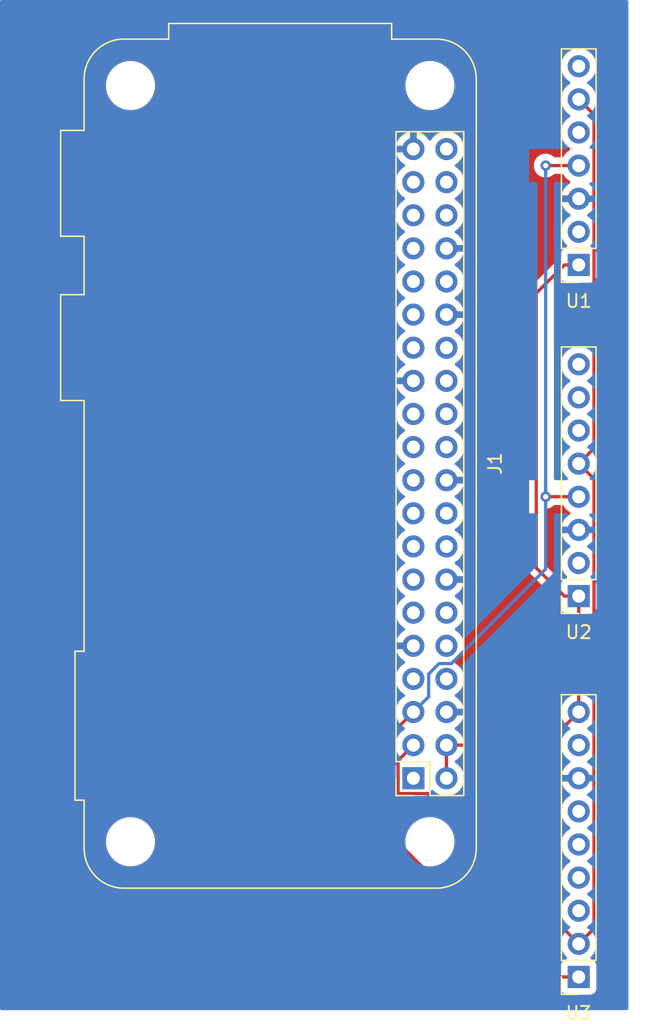
<source format=kicad_pcb>
(kicad_pcb (version 20171130) (host pcbnew "(5.1.5)-3")

  (general
    (thickness 1.6)
    (drawings 0)
    (tracks 42)
    (zones 0)
    (modules 4)
    (nets 45)
  )

  (page A4)
  (layers
    (0 F.Cu signal)
    (31 B.Cu signal)
    (32 B.Adhes user)
    (33 F.Adhes user)
    (34 B.Paste user)
    (35 F.Paste user)
    (36 B.SilkS user)
    (37 F.SilkS user)
    (38 B.Mask user)
    (39 F.Mask user)
    (40 Dwgs.User user)
    (41 Cmts.User user)
    (42 Eco1.User user)
    (43 Eco2.User user)
    (44 Edge.Cuts user)
    (45 Margin user)
    (46 B.CrtYd user)
    (47 F.CrtYd user)
    (48 B.Fab user)
    (49 F.Fab user)
  )

  (setup
    (last_trace_width 0.25)
    (trace_clearance 0.2)
    (zone_clearance 0.508)
    (zone_45_only no)
    (trace_min 0.2)
    (via_size 0.8)
    (via_drill 0.4)
    (via_min_size 0.4)
    (via_min_drill 0.3)
    (uvia_size 0.3)
    (uvia_drill 0.1)
    (uvias_allowed no)
    (uvia_min_size 0.2)
    (uvia_min_drill 0.1)
    (edge_width 0.05)
    (segment_width 0.2)
    (pcb_text_width 0.3)
    (pcb_text_size 1.5 1.5)
    (mod_edge_width 0.12)
    (mod_text_size 1 1)
    (mod_text_width 0.15)
    (pad_size 1.524 1.524)
    (pad_drill 0.762)
    (pad_to_mask_clearance 0.051)
    (solder_mask_min_width 0.25)
    (aux_axis_origin 0 0)
    (visible_elements FFFFFF7F)
    (pcbplotparams
      (layerselection 0x010fc_ffffffff)
      (usegerberextensions false)
      (usegerberattributes false)
      (usegerberadvancedattributes false)
      (creategerberjobfile false)
      (excludeedgelayer true)
      (linewidth 0.100000)
      (plotframeref false)
      (viasonmask false)
      (mode 1)
      (useauxorigin false)
      (hpglpennumber 1)
      (hpglpenspeed 20)
      (hpglpendiameter 15.000000)
      (psnegative false)
      (psa4output false)
      (plotreference true)
      (plotvalue true)
      (plotinvisibletext false)
      (padsonsilk false)
      (subtractmaskfromsilk false)
      (outputformat 1)
      (mirror false)
      (drillshape 0)
      (scaleselection 1)
      (outputdirectory "C:/Users/mulve/github/pi-altim/pi-altim/"))
  )

  (net 0 "")
  (net 1 GND)
  (net 2 /SDA)
  (net 3 "Net-(J1-Pad15)")
  (net 4 "Net-(J1-Pad16)")
  (net 5 +5V)
  (net 6 /SCL)
  (net 7 "Net-(J1-Pad1)")
  (net 8 "Net-(J1-Pad23)")
  (net 9 "Net-(J1-Pad24)")
  (net 10 "Net-(J1-Pad11)")
  (net 11 "Net-(J1-Pad12)")
  (net 12 "Net-(J1-Pad27)")
  (net 13 "Net-(J1-Pad28)")
  (net 14 "Net-(J1-Pad13)")
  (net 15 "Net-(J1-Pad10)")
  (net 16 "Net-(J1-Pad19)")
  (net 17 "Net-(J1-Pad37)")
  (net 18 "Net-(J1-Pad38)")
  (net 19 "Net-(J1-Pad33)")
  (net 20 "Net-(J1-Pad35)")
  (net 21 "Net-(J1-Pad36)")
  (net 22 "Net-(J1-Pad17)")
  (net 23 "Net-(J1-Pad18)")
  (net 24 "Net-(J1-Pad31)")
  (net 25 "Net-(J1-Pad32)")
  (net 26 "Net-(J1-Pad7)")
  (net 27 "Net-(J1-Pad8)")
  (net 28 "Net-(J1-Pad29)")
  (net 29 "Net-(J1-Pad21)")
  (net 30 "Net-(J1-Pad22)")
  (net 31 "Net-(J1-Pad26)")
  (net 32 "Net-(J1-Pad40)")
  (net 33 "Net-(U1-Pad2)")
  (net 34 "Net-(U1-Pad5)")
  (net 35 "Net-(U1-Pad7)")
  (net 36 "Net-(U2-Pad2)")
  (net 37 "Net-(U2-Pad7)")
  (net 38 "Net-(U2-Pad8)")
  (net 39 "Net-(U3-Pad3)")
  (net 40 "Net-(U3-Pad5)")
  (net 41 "Net-(U3-Pad6)")
  (net 42 "Net-(U2-Pad6)")
  (net 43 "Net-(U3-Pad4)")
  (net 44 "Net-(U3-Pad8)")

  (net_class Default "This is the default net class."
    (clearance 0.2)
    (trace_width 0.25)
    (via_dia 0.8)
    (via_drill 0.4)
    (uvia_dia 0.3)
    (uvia_drill 0.1)
    (add_net +5V)
    (add_net /SCL)
    (add_net /SDA)
    (add_net GND)
    (add_net "Net-(J1-Pad1)")
    (add_net "Net-(J1-Pad10)")
    (add_net "Net-(J1-Pad11)")
    (add_net "Net-(J1-Pad12)")
    (add_net "Net-(J1-Pad13)")
    (add_net "Net-(J1-Pad15)")
    (add_net "Net-(J1-Pad16)")
    (add_net "Net-(J1-Pad17)")
    (add_net "Net-(J1-Pad18)")
    (add_net "Net-(J1-Pad19)")
    (add_net "Net-(J1-Pad21)")
    (add_net "Net-(J1-Pad22)")
    (add_net "Net-(J1-Pad23)")
    (add_net "Net-(J1-Pad24)")
    (add_net "Net-(J1-Pad26)")
    (add_net "Net-(J1-Pad27)")
    (add_net "Net-(J1-Pad28)")
    (add_net "Net-(J1-Pad29)")
    (add_net "Net-(J1-Pad31)")
    (add_net "Net-(J1-Pad32)")
    (add_net "Net-(J1-Pad33)")
    (add_net "Net-(J1-Pad35)")
    (add_net "Net-(J1-Pad36)")
    (add_net "Net-(J1-Pad37)")
    (add_net "Net-(J1-Pad38)")
    (add_net "Net-(J1-Pad40)")
    (add_net "Net-(J1-Pad7)")
    (add_net "Net-(J1-Pad8)")
    (add_net "Net-(U1-Pad2)")
    (add_net "Net-(U1-Pad5)")
    (add_net "Net-(U1-Pad7)")
    (add_net "Net-(U2-Pad2)")
    (add_net "Net-(U2-Pad6)")
    (add_net "Net-(U2-Pad7)")
    (add_net "Net-(U2-Pad8)")
    (add_net "Net-(U3-Pad3)")
    (add_net "Net-(U3-Pad4)")
    (add_net "Net-(U3-Pad5)")
    (add_net "Net-(U3-Pad6)")
    (add_net "Net-(U3-Pad8)")
  )

  (module Module:Raspberry_Pi_Zero_Socketed_THT_FaceDown_MountingHoles (layer F.Cu) (tedit 5C6350CC) (tstamp 5E0712EA)
    (at 44.45 69.85 180)
    (descr "Raspberry Pi Zero using through hole straight pin socket, 2x20, 2.54mm pitch, https://www.raspberrypi.org/documentation/hardware/raspberrypi/mechanical/rpi_MECH_Zero_1p2.pdf")
    (tags "raspberry pi zero through hole")
    (path /5E06AC45)
    (fp_text reference J1 (at -6.27 24.13 90) (layer F.SilkS)
      (effects (font (size 1 1) (thickness 0.15)))
    )
    (fp_text value Raspberry_Pi_2_3 (at 10.23 24.13 270) (layer F.Fab)
      (effects (font (size 1 1) (thickness 0.15)))
    )
    (fp_line (start 27.03 41.63) (end 25.23 41.63) (layer F.Fab) (width 0.1))
    (fp_line (start 27.03 49.63) (end 27.03 41.63) (layer F.Fab) (width 0.1))
    (fp_line (start 25.23 49.63) (end 27.03 49.63) (layer F.Fab) (width 0.1))
    (fp_line (start 25.23 -1.62) (end 25.23 -5.37) (layer F.Fab) (width 0.1))
    (fp_line (start 25.93 9.68) (end 25.93 -1.62) (layer F.Fab) (width 0.1))
    (fp_line (start 25.23 9.68) (end 25.93 9.68) (layer F.Fab) (width 0.1))
    (fp_line (start 25.23 -1.62) (end 25.93 -1.62) (layer F.Fab) (width 0.1))
    (fp_line (start 19.23 56.88) (end 25.48 56.88) (layer F.CrtYd) (width 0.05))
    (fp_line (start -5.02 56.88) (end 1.23 56.88) (layer F.CrtYd) (width 0.05))
    (fp_line (start 25.48 50.13) (end 25.48 56.88) (layer F.CrtYd) (width 0.05))
    (fp_line (start 25.48 37.53) (end 25.48 41.13) (layer F.CrtYd) (width 0.05))
    (fp_line (start 25.48 -2.12) (end 25.48 -8.62) (layer F.CrtYd) (width 0.05))
    (fp_line (start -5.02 -8.62) (end 25.48 -8.62) (layer F.CrtYd) (width 0.05))
    (fp_arc (start 22.23 -5.37) (end 22.23 -8.43) (angle 90) (layer F.SilkS) (width 0.12))
    (fp_line (start 25.48 28.53) (end 25.48 10.18) (layer F.CrtYd) (width 0.05))
    (fp_line (start -5.02 56.88) (end -5.02 -8.62) (layer F.CrtYd) (width 0.05))
    (fp_line (start 19.23 58.33) (end 1.23 58.33) (layer F.CrtYd) (width 0.05))
    (fp_line (start 19.23 58.33) (end 19.23 56.88) (layer F.CrtYd) (width 0.05))
    (fp_line (start 1.23 58.33) (end 1.23 56.88) (layer F.CrtYd) (width 0.05))
    (fp_line (start 26.43 -2.12) (end 26.43 10.18) (layer F.CrtYd) (width 0.05))
    (fp_line (start 26.43 -2.12) (end 25.48 -2.12) (layer F.CrtYd) (width 0.05))
    (fp_line (start 26.43 10.18) (end 25.48 10.18) (layer F.CrtYd) (width 0.05))
    (fp_line (start 27.53 28.53) (end 25.48 28.53) (layer F.CrtYd) (width 0.05))
    (fp_line (start 27.53 37.53) (end 27.53 28.53) (layer F.CrtYd) (width 0.05))
    (fp_line (start 27.53 37.53) (end 25.48 37.53) (layer F.CrtYd) (width 0.05))
    (fp_line (start 27.53 50.13) (end 27.53 41.13) (layer F.CrtYd) (width 0.05))
    (fp_line (start 27.53 41.13) (end 25.48 41.13) (layer F.CrtYd) (width 0.05))
    (fp_line (start 27.53 50.13) (end 25.48 50.13) (layer F.CrtYd) (width 0.05))
    (fp_arc (start 22.23 53.63) (end 25.23 53.63) (angle 90) (layer F.Fab) (width 0.1))
    (fp_arc (start -1.77 -5.37) (end -4.83 -5.37) (angle 90) (layer F.SilkS) (width 0.12))
    (fp_arc (start -1.77 53.63) (end -1.77 56.69) (angle 90) (layer F.SilkS) (width 0.12))
    (fp_line (start -4.83 53.63) (end -4.83 -5.37) (layer F.SilkS) (width 0.12))
    (fp_line (start -1.77 -8.43) (end 22.23 -8.43) (layer F.SilkS) (width 0.12))
    (fp_line (start 25.29 53.63) (end 25.29 49.69) (layer F.SilkS) (width 0.12))
    (fp_line (start 18.79 56.69) (end 22.23 56.69) (layer F.SilkS) (width 0.12))
    (fp_arc (start 22.23 53.63) (end 25.29 53.63) (angle 90) (layer F.SilkS) (width 0.12))
    (fp_arc (start 22.23 -5.37) (end 22.23 -8.37) (angle 90) (layer F.Fab) (width 0.1))
    (fp_arc (start -1.77 -5.37) (end -4.77 -5.37) (angle 90) (layer F.Fab) (width 0.1))
    (fp_arc (start -1.77 53.63) (end -1.77 56.63) (angle 90) (layer F.Fab) (width 0.1))
    (fp_line (start 1.27 -0.27) (end 1.27 49.53) (layer F.Fab) (width 0.1))
    (fp_line (start -3.81 -1.27) (end 0.27 -1.27) (layer F.Fab) (width 0.1))
    (fp_line (start 0.27 -1.27) (end 1.27 -0.27) (layer F.Fab) (width 0.1))
    (fp_line (start -3.87 49.59) (end 1.33 49.59) (layer F.SilkS) (width 0.12))
    (fp_line (start 1.33 1.27) (end 1.33 49.59) (layer F.SilkS) (width 0.12))
    (fp_line (start 1.33 -1.33) (end 1.33 0) (layer F.SilkS) (width 0.12))
    (fp_line (start 0 -1.33) (end 1.33 -1.33) (layer F.SilkS) (width 0.12))
    (fp_line (start -1.27 1.27) (end 1.33 1.27) (layer F.SilkS) (width 0.12))
    (fp_line (start -1.27 -1.33) (end -1.27 1.27) (layer F.SilkS) (width 0.12))
    (fp_line (start 1.76 50) (end -4.34 50) (layer F.CrtYd) (width 0.05))
    (fp_line (start -4.34 50) (end -4.34 -1.8) (layer F.CrtYd) (width 0.05))
    (fp_line (start -4.34 -1.8) (end 1.76 -1.8) (layer F.CrtYd) (width 0.05))
    (fp_line (start 1.76 -1.8) (end 1.76 50) (layer F.CrtYd) (width 0.05))
    (fp_line (start -3.87 -1.33) (end -1.27 -1.33) (layer F.SilkS) (width 0.12))
    (fp_line (start -3.87 -1.33) (end -3.87 49.59) (layer F.SilkS) (width 0.12))
    (fp_line (start 1.27 49.53) (end -3.81 49.53) (layer F.Fab) (width 0.1))
    (fp_line (start -3.81 49.53) (end -3.81 -1.27) (layer F.Fab) (width 0.1))
    (fp_text user %R (at -1.27 24.13 90) (layer F.Fab)
      (effects (font (size 1 1) (thickness 0.15)))
    )
    (fp_line (start -1.77 56.63) (end 1.73 56.63) (layer F.Fab) (width 0.1))
    (fp_line (start -1.77 -8.37) (end 22.23 -8.37) (layer F.Fab) (width 0.1))
    (fp_line (start -4.77 53.63) (end -4.77 -5.37) (layer F.Fab) (width 0.1))
    (fp_line (start 27.03 29.03) (end 25.23 29.03) (layer F.Fab) (width 0.1))
    (fp_line (start 25.23 37.03) (end 27.03 37.03) (layer F.Fab) (width 0.1))
    (fp_line (start 27.03 37.03) (end 27.03 29.03) (layer F.Fab) (width 0.1))
    (fp_line (start 25.23 49.63) (end 25.23 53.63) (layer F.Fab) (width 0.1))
    (fp_line (start 25.23 41.63) (end 25.23 37.03) (layer F.Fab) (width 0.1))
    (fp_line (start 25.23 29.03) (end 25.23 9.68) (layer F.Fab) (width 0.1))
    (fp_line (start 1.73 56.63) (end 1.73 57.83) (layer F.Fab) (width 0.1))
    (fp_line (start 1.73 57.83) (end 18.73 57.83) (layer F.Fab) (width 0.1))
    (fp_line (start 18.73 56.63) (end 18.73 57.83) (layer F.Fab) (width 0.1))
    (fp_line (start 22.23 56.63) (end 18.73 56.63) (layer F.Fab) (width 0.1))
    (fp_line (start 1.67 56.69) (end 1.67 57.89) (layer F.SilkS) (width 0.12))
    (fp_line (start 1.67 57.89) (end 18.79 57.89) (layer F.SilkS) (width 0.12))
    (fp_line (start 18.79 57.89) (end 18.79 56.69) (layer F.SilkS) (width 0.12))
    (fp_line (start 1.67 56.69) (end -1.77 56.69) (layer F.SilkS) (width 0.12))
    (fp_line (start 25.29 49.69) (end 27.09 49.69) (layer F.SilkS) (width 0.12))
    (fp_line (start 27.09 49.69) (end 27.09 41.57) (layer F.SilkS) (width 0.12))
    (fp_line (start 27.09 41.57) (end 25.29 41.57) (layer F.SilkS) (width 0.12))
    (fp_line (start 25.29 37.09) (end 27.09 37.09) (layer F.SilkS) (width 0.12))
    (fp_line (start 27.09 28.97) (end 25.29 28.97) (layer F.SilkS) (width 0.12))
    (fp_line (start 27.09 37.09) (end 27.09 28.97) (layer F.SilkS) (width 0.12))
    (fp_line (start 25.29 41.57) (end 25.29 37.09) (layer F.SilkS) (width 0.12))
    (fp_line (start 25.29 28.97) (end 25.29 9.74) (layer F.SilkS) (width 0.12))
    (fp_line (start 25.29 9.74) (end 25.99 9.74) (layer F.SilkS) (width 0.12))
    (fp_line (start 25.99 9.74) (end 25.99 -1.68) (layer F.SilkS) (width 0.12))
    (fp_line (start 25.99 -1.68) (end 25.29 -1.68) (layer F.SilkS) (width 0.12))
    (fp_line (start 25.29 -1.68) (end 25.29 -5.37) (layer F.SilkS) (width 0.12))
    (pad 6 thru_hole oval (at -2.54 5.08 180) (size 1.7 1.7) (drill 1) (layers *.Cu *.Mask)
      (net 1 GND))
    (pad 3 thru_hole oval (at 0 2.54 180) (size 1.7 1.7) (drill 1) (layers *.Cu *.Mask)
      (net 2 /SDA))
    (pad 15 thru_hole oval (at 0 17.78 180) (size 1.7 1.7) (drill 1) (layers *.Cu *.Mask)
      (net 3 "Net-(J1-Pad15)"))
    (pad 16 thru_hole oval (at -2.54 17.78 180) (size 1.7 1.7) (drill 1) (layers *.Cu *.Mask)
      (net 4 "Net-(J1-Pad16)"))
    (pad 4 thru_hole oval (at -2.54 2.54 180) (size 1.7 1.7) (drill 1) (layers *.Cu *.Mask)
      (net 5 +5V))
    (pad 5 thru_hole oval (at 0 5.08 180) (size 1.7 1.7) (drill 1) (layers *.Cu *.Mask)
      (net 6 /SCL))
    (pad 2 thru_hole oval (at -2.54 0 180) (size 1.7 1.7) (drill 1) (layers *.Cu *.Mask)
      (net 5 +5V))
    (pad 1 thru_hole rect (at 0 0 180) (size 1.7 1.7) (drill 1) (layers *.Cu *.Mask)
      (net 7 "Net-(J1-Pad1)"))
    (pad 23 thru_hole oval (at 0 27.94 180) (size 1.7 1.7) (drill 1) (layers *.Cu *.Mask)
      (net 8 "Net-(J1-Pad23)"))
    (pad 24 thru_hole oval (at -2.54 27.94 180) (size 1.7 1.7) (drill 1) (layers *.Cu *.Mask)
      (net 9 "Net-(J1-Pad24)"))
    (pad 11 thru_hole oval (at 0 12.7 180) (size 1.7 1.7) (drill 1) (layers *.Cu *.Mask)
      (net 10 "Net-(J1-Pad11)"))
    (pad 12 thru_hole oval (at -2.54 12.7 180) (size 1.7 1.7) (drill 1) (layers *.Cu *.Mask)
      (net 11 "Net-(J1-Pad12)"))
    (pad 27 thru_hole oval (at 0 33.02 180) (size 1.7 1.7) (drill 1) (layers *.Cu *.Mask)
      (net 12 "Net-(J1-Pad27)"))
    (pad 28 thru_hole oval (at -2.54 33.02 180) (size 1.7 1.7) (drill 1) (layers *.Cu *.Mask)
      (net 13 "Net-(J1-Pad28)"))
    (pad 13 thru_hole oval (at 0 15.24 180) (size 1.7 1.7) (drill 1) (layers *.Cu *.Mask)
      (net 14 "Net-(J1-Pad13)"))
    (pad 14 thru_hole oval (at -2.54 15.24 180) (size 1.7 1.7) (drill 1) (layers *.Cu *.Mask)
      (net 1 GND))
    (pad 9 thru_hole oval (at 0 10.16 180) (size 1.7 1.7) (drill 1) (layers *.Cu *.Mask)
      (net 1 GND))
    (pad 10 thru_hole oval (at -2.54 10.16 180) (size 1.7 1.7) (drill 1) (layers *.Cu *.Mask)
      (net 15 "Net-(J1-Pad10)"))
    (pad 19 thru_hole oval (at 0 22.86 180) (size 1.7 1.7) (drill 1) (layers *.Cu *.Mask)
      (net 16 "Net-(J1-Pad19)"))
    (pad 20 thru_hole oval (at -2.54 22.86 180) (size 1.7 1.7) (drill 1) (layers *.Cu *.Mask)
      (net 1 GND))
    (pad 37 thru_hole oval (at 0 45.72 180) (size 1.7 1.7) (drill 1) (layers *.Cu *.Mask)
      (net 17 "Net-(J1-Pad37)"))
    (pad 38 thru_hole oval (at -2.54 45.72 180) (size 1.7 1.7) (drill 1) (layers *.Cu *.Mask)
      (net 18 "Net-(J1-Pad38)"))
    (pad 33 thru_hole oval (at 0 40.64 180) (size 1.7 1.7) (drill 1) (layers *.Cu *.Mask)
      (net 19 "Net-(J1-Pad33)"))
    (pad 34 thru_hole oval (at -2.54 40.64 180) (size 1.7 1.7) (drill 1) (layers *.Cu *.Mask)
      (net 1 GND))
    (pad 35 thru_hole oval (at 0 43.18 180) (size 1.7 1.7) (drill 1) (layers *.Cu *.Mask)
      (net 20 "Net-(J1-Pad35)"))
    (pad 36 thru_hole oval (at -2.54 43.18 180) (size 1.7 1.7) (drill 1) (layers *.Cu *.Mask)
      (net 21 "Net-(J1-Pad36)"))
    (pad 17 thru_hole oval (at 0 20.32 180) (size 1.7 1.7) (drill 1) (layers *.Cu *.Mask)
      (net 22 "Net-(J1-Pad17)"))
    (pad 18 thru_hole oval (at -2.54 20.32 180) (size 1.7 1.7) (drill 1) (layers *.Cu *.Mask)
      (net 23 "Net-(J1-Pad18)"))
    (pad 31 thru_hole oval (at 0 38.1 180) (size 1.7 1.7) (drill 1) (layers *.Cu *.Mask)
      (net 24 "Net-(J1-Pad31)"))
    (pad 32 thru_hole oval (at -2.54 38.1 180) (size 1.7 1.7) (drill 1) (layers *.Cu *.Mask)
      (net 25 "Net-(J1-Pad32)"))
    (pad 7 thru_hole oval (at 0 7.62 180) (size 1.7 1.7) (drill 1) (layers *.Cu *.Mask)
      (net 26 "Net-(J1-Pad7)"))
    (pad 8 thru_hole oval (at -2.54 7.62 180) (size 1.7 1.7) (drill 1) (layers *.Cu *.Mask)
      (net 27 "Net-(J1-Pad8)"))
    (pad 29 thru_hole oval (at 0 35.56 180) (size 1.7 1.7) (drill 1) (layers *.Cu *.Mask)
      (net 28 "Net-(J1-Pad29)"))
    (pad 30 thru_hole oval (at -2.54 35.56 180) (size 1.7 1.7) (drill 1) (layers *.Cu *.Mask)
      (net 1 GND))
    (pad 21 thru_hole oval (at 0 25.4 180) (size 1.7 1.7) (drill 1) (layers *.Cu *.Mask)
      (net 29 "Net-(J1-Pad21)"))
    (pad 22 thru_hole oval (at -2.54 25.4 180) (size 1.7 1.7) (drill 1) (layers *.Cu *.Mask)
      (net 30 "Net-(J1-Pad22)"))
    (pad 25 thru_hole oval (at 0 30.48 180) (size 1.7 1.7) (drill 1) (layers *.Cu *.Mask)
      (net 1 GND))
    (pad 26 thru_hole oval (at -2.54 30.48 180) (size 1.7 1.7) (drill 1) (layers *.Cu *.Mask)
      (net 31 "Net-(J1-Pad26)"))
    (pad 39 thru_hole oval (at 0 48.26 180) (size 1.7 1.7) (drill 1) (layers *.Cu *.Mask)
      (net 1 GND))
    (pad 40 thru_hole oval (at -2.54 48.26 180) (size 1.7 1.7) (drill 1) (layers *.Cu *.Mask)
      (net 32 "Net-(J1-Pad40)"))
    (pad "" np_thru_hole circle (at -1.27 -4.87 270) (size 2.75 2.75) (drill 2.75) (layers *.Cu *.Mask)
      (solder_mask_margin 1.625))
    (pad "" np_thru_hole circle (at 21.73 53.13 270) (size 2.75 2.75) (drill 2.75) (layers *.Cu *.Mask)
      (solder_mask_margin 1.625))
    (pad "" np_thru_hole circle (at 21.73 -4.87 270) (size 2.75 2.75) (drill 2.75) (layers *.Cu *.Mask)
      (solder_mask_margin 1.625))
    (pad "" np_thru_hole circle (at -1.27 53.13 270) (size 2.75 2.75) (drill 2.75) (layers *.Cu *.Mask)
      (solder_mask_margin 1.625))
    (model ${KISYS3DMOD}/Module.3dshapes/Raspberry_Pi_Zero_Socketed_THT_FaceDown_MountingHoles.wrl
      (at (xyz 0 0 0))
      (scale (xyz 1 1 1))
      (rotate (xyz 0 0 0))
    )
  )

  (module Connector_PinSocket_2.54mm:PinSocket_1x07_P2.54mm_Vertical (layer F.Cu) (tedit 5A19A433) (tstamp 5E071305)
    (at 57.15 30.48 180)
    (descr "Through hole straight socket strip, 1x07, 2.54mm pitch, single row (from Kicad 4.0.7), script generated")
    (tags "Through hole socket strip THT 1x07 2.54mm single row")
    (path /5E0722AE)
    (fp_text reference U1 (at 0 -2.77) (layer F.SilkS)
      (effects (font (size 1 1) (thickness 0.15)))
    )
    (fp_text value BMP280_breakout (at 0 18.01) (layer F.Fab)
      (effects (font (size 1 1) (thickness 0.15)))
    )
    (fp_line (start -1.27 -1.27) (end 0.635 -1.27) (layer F.Fab) (width 0.1))
    (fp_line (start 0.635 -1.27) (end 1.27 -0.635) (layer F.Fab) (width 0.1))
    (fp_line (start 1.27 -0.635) (end 1.27 16.51) (layer F.Fab) (width 0.1))
    (fp_line (start 1.27 16.51) (end -1.27 16.51) (layer F.Fab) (width 0.1))
    (fp_line (start -1.27 16.51) (end -1.27 -1.27) (layer F.Fab) (width 0.1))
    (fp_line (start -1.33 1.27) (end 1.33 1.27) (layer F.SilkS) (width 0.12))
    (fp_line (start -1.33 1.27) (end -1.33 16.57) (layer F.SilkS) (width 0.12))
    (fp_line (start -1.33 16.57) (end 1.33 16.57) (layer F.SilkS) (width 0.12))
    (fp_line (start 1.33 1.27) (end 1.33 16.57) (layer F.SilkS) (width 0.12))
    (fp_line (start 1.33 -1.33) (end 1.33 0) (layer F.SilkS) (width 0.12))
    (fp_line (start 0 -1.33) (end 1.33 -1.33) (layer F.SilkS) (width 0.12))
    (fp_line (start -1.8 -1.8) (end 1.75 -1.8) (layer F.CrtYd) (width 0.05))
    (fp_line (start 1.75 -1.8) (end 1.75 17) (layer F.CrtYd) (width 0.05))
    (fp_line (start 1.75 17) (end -1.8 17) (layer F.CrtYd) (width 0.05))
    (fp_line (start -1.8 17) (end -1.8 -1.8) (layer F.CrtYd) (width 0.05))
    (fp_text user %R (at 0 7.62 90) (layer F.Fab)
      (effects (font (size 1 1) (thickness 0.15)))
    )
    (pad 1 thru_hole rect (at 0 0 180) (size 1.7 1.7) (drill 1) (layers *.Cu *.Mask)
      (net 5 +5V))
    (pad 2 thru_hole oval (at 0 2.54 180) (size 1.7 1.7) (drill 1) (layers *.Cu *.Mask)
      (net 33 "Net-(U1-Pad2)"))
    (pad 3 thru_hole oval (at 0 5.08 180) (size 1.7 1.7) (drill 1) (layers *.Cu *.Mask)
      (net 1 GND))
    (pad 4 thru_hole oval (at 0 7.62 180) (size 1.7 1.7) (drill 1) (layers *.Cu *.Mask)
      (net 6 /SCL))
    (pad 5 thru_hole oval (at 0 10.16 180) (size 1.7 1.7) (drill 1) (layers *.Cu *.Mask)
      (net 34 "Net-(U1-Pad5)"))
    (pad 6 thru_hole oval (at 0 12.7 180) (size 1.7 1.7) (drill 1) (layers *.Cu *.Mask)
      (net 2 /SDA))
    (pad 7 thru_hole oval (at 0 15.24 180) (size 1.7 1.7) (drill 1) (layers *.Cu *.Mask)
      (net 35 "Net-(U1-Pad7)"))
    (model ${KISYS3DMOD}/Connector_PinSocket_2.54mm.3dshapes/PinSocket_1x07_P2.54mm_Vertical.wrl
      (at (xyz 0 0 0))
      (scale (xyz 1 1 1))
      (rotate (xyz 0 0 0))
    )
  )

  (module Connector_PinSocket_2.54mm:PinSocket_1x08_P2.54mm_Vertical (layer F.Cu) (tedit 5A19A420) (tstamp 5E071321)
    (at 57.15 55.88 180)
    (descr "Through hole straight socket strip, 1x08, 2.54mm pitch, single row (from Kicad 4.0.7), script generated")
    (tags "Through hole socket strip THT 1x08 2.54mm single row")
    (path /5E07531F)
    (fp_text reference U2 (at 0 -2.77) (layer F.SilkS)
      (effects (font (size 1 1) (thickness 0.15)))
    )
    (fp_text value LIS3DH_breakout (at 0 20.55) (layer F.Fab)
      (effects (font (size 1 1) (thickness 0.15)))
    )
    (fp_line (start -1.27 -1.27) (end 0.635 -1.27) (layer F.Fab) (width 0.1))
    (fp_line (start 0.635 -1.27) (end 1.27 -0.635) (layer F.Fab) (width 0.1))
    (fp_line (start 1.27 -0.635) (end 1.27 19.05) (layer F.Fab) (width 0.1))
    (fp_line (start 1.27 19.05) (end -1.27 19.05) (layer F.Fab) (width 0.1))
    (fp_line (start -1.27 19.05) (end -1.27 -1.27) (layer F.Fab) (width 0.1))
    (fp_line (start -1.33 1.27) (end 1.33 1.27) (layer F.SilkS) (width 0.12))
    (fp_line (start -1.33 1.27) (end -1.33 19.11) (layer F.SilkS) (width 0.12))
    (fp_line (start -1.33 19.11) (end 1.33 19.11) (layer F.SilkS) (width 0.12))
    (fp_line (start 1.33 1.27) (end 1.33 19.11) (layer F.SilkS) (width 0.12))
    (fp_line (start 1.33 -1.33) (end 1.33 0) (layer F.SilkS) (width 0.12))
    (fp_line (start 0 -1.33) (end 1.33 -1.33) (layer F.SilkS) (width 0.12))
    (fp_line (start -1.8 -1.8) (end 1.75 -1.8) (layer F.CrtYd) (width 0.05))
    (fp_line (start 1.75 -1.8) (end 1.75 19.55) (layer F.CrtYd) (width 0.05))
    (fp_line (start 1.75 19.55) (end -1.8 19.55) (layer F.CrtYd) (width 0.05))
    (fp_line (start -1.8 19.55) (end -1.8 -1.8) (layer F.CrtYd) (width 0.05))
    (fp_text user %R (at 0 8.89 90) (layer F.Fab)
      (effects (font (size 1 1) (thickness 0.15)))
    )
    (pad 1 thru_hole rect (at 0 0 180) (size 1.7 1.7) (drill 1) (layers *.Cu *.Mask)
      (net 5 +5V))
    (pad 2 thru_hole oval (at 0 2.54 180) (size 1.7 1.7) (drill 1) (layers *.Cu *.Mask)
      (net 36 "Net-(U2-Pad2)"))
    (pad 3 thru_hole oval (at 0 5.08 180) (size 1.7 1.7) (drill 1) (layers *.Cu *.Mask)
      (net 1 GND))
    (pad 4 thru_hole oval (at 0 7.62 180) (size 1.7 1.7) (drill 1) (layers *.Cu *.Mask)
      (net 6 /SCL))
    (pad 5 thru_hole oval (at 0 10.16 180) (size 1.7 1.7) (drill 1) (layers *.Cu *.Mask)
      (net 2 /SDA))
    (pad 6 thru_hole oval (at 0 12.7 180) (size 1.7 1.7) (drill 1) (layers *.Cu *.Mask)
      (net 42 "Net-(U2-Pad6)"))
    (pad 7 thru_hole oval (at 0 15.24 180) (size 1.7 1.7) (drill 1) (layers *.Cu *.Mask)
      (net 37 "Net-(U2-Pad7)"))
    (pad 8 thru_hole oval (at 0 17.78 180) (size 1.7 1.7) (drill 1) (layers *.Cu *.Mask)
      (net 38 "Net-(U2-Pad8)"))
    (model ${KISYS3DMOD}/Connector_PinSocket_2.54mm.3dshapes/PinSocket_1x08_P2.54mm_Vertical.wrl
      (at (xyz 0 0 0))
      (scale (xyz 1 1 1))
      (rotate (xyz 0 0 0))
    )
  )

  (module Connector_PinSocket_2.54mm:PinSocket_1x09_P2.54mm_Vertical (layer F.Cu) (tedit 5A19A431) (tstamp 5E07133E)
    (at 57.15 85.09 180)
    (descr "Through hole straight socket strip, 1x09, 2.54mm pitch, single row (from Kicad 4.0.7), script generated")
    (tags "Through hole socket strip THT 1x09 2.54mm single row")
    (path /5E075F43)
    (fp_text reference U3 (at 0 -2.77) (layer F.SilkS)
      (effects (font (size 1 1) (thickness 0.15)))
    )
    (fp_text value L3GD20H_breakout (at 0 23.09) (layer F.Fab)
      (effects (font (size 1 1) (thickness 0.15)))
    )
    (fp_line (start -1.27 -1.27) (end 0.635 -1.27) (layer F.Fab) (width 0.1))
    (fp_line (start 0.635 -1.27) (end 1.27 -0.635) (layer F.Fab) (width 0.1))
    (fp_line (start 1.27 -0.635) (end 1.27 21.59) (layer F.Fab) (width 0.1))
    (fp_line (start 1.27 21.59) (end -1.27 21.59) (layer F.Fab) (width 0.1))
    (fp_line (start -1.27 21.59) (end -1.27 -1.27) (layer F.Fab) (width 0.1))
    (fp_line (start -1.33 1.27) (end 1.33 1.27) (layer F.SilkS) (width 0.12))
    (fp_line (start -1.33 1.27) (end -1.33 21.65) (layer F.SilkS) (width 0.12))
    (fp_line (start -1.33 21.65) (end 1.33 21.65) (layer F.SilkS) (width 0.12))
    (fp_line (start 1.33 1.27) (end 1.33 21.65) (layer F.SilkS) (width 0.12))
    (fp_line (start 1.33 -1.33) (end 1.33 0) (layer F.SilkS) (width 0.12))
    (fp_line (start 0 -1.33) (end 1.33 -1.33) (layer F.SilkS) (width 0.12))
    (fp_line (start -1.8 -1.8) (end 1.75 -1.8) (layer F.CrtYd) (width 0.05))
    (fp_line (start 1.75 -1.8) (end 1.75 22.1) (layer F.CrtYd) (width 0.05))
    (fp_line (start 1.75 22.1) (end -1.8 22.1) (layer F.CrtYd) (width 0.05))
    (fp_line (start -1.8 22.1) (end -1.8 -1.8) (layer F.CrtYd) (width 0.05))
    (fp_text user %R (at 0 10.16 90) (layer F.Fab)
      (effects (font (size 1 1) (thickness 0.15)))
    )
    (pad 1 thru_hole rect (at 0 0 180) (size 1.7 1.7) (drill 1) (layers *.Cu *.Mask)
      (net 6 /SCL))
    (pad 2 thru_hole oval (at 0 2.54 180) (size 1.7 1.7) (drill 1) (layers *.Cu *.Mask)
      (net 2 /SDA))
    (pad 3 thru_hole oval (at 0 5.08 180) (size 1.7 1.7) (drill 1) (layers *.Cu *.Mask)
      (net 39 "Net-(U3-Pad3)"))
    (pad 4 thru_hole oval (at 0 7.62 180) (size 1.7 1.7) (drill 1) (layers *.Cu *.Mask)
      (net 43 "Net-(U3-Pad4)"))
    (pad 5 thru_hole oval (at 0 10.16 180) (size 1.7 1.7) (drill 1) (layers *.Cu *.Mask)
      (net 40 "Net-(U3-Pad5)"))
    (pad 6 thru_hole oval (at 0 12.7 180) (size 1.7 1.7) (drill 1) (layers *.Cu *.Mask)
      (net 41 "Net-(U3-Pad6)"))
    (pad 7 thru_hole oval (at 0 15.24 180) (size 1.7 1.7) (drill 1) (layers *.Cu *.Mask)
      (net 1 GND))
    (pad 8 thru_hole oval (at 0 17.78 180) (size 1.7 1.7) (drill 1) (layers *.Cu *.Mask)
      (net 44 "Net-(U3-Pad8)"))
    (pad 9 thru_hole oval (at 0 20.32 180) (size 1.7 1.7) (drill 1) (layers *.Cu *.Mask)
      (net 5 +5V))
    (model ${KISYS3DMOD}/Connector_PinSocket_2.54mm.3dshapes/PinSocket_1x09_P2.54mm_Vertical.wrl
      (at (xyz 0 0 0))
      (scale (xyz 1 1 1))
      (rotate (xyz 0 0 0))
    )
  )

  (via (at 54.61 22.86) (size 0.8) (drill 0.4) (layers F.Cu B.Cu) (net 6))
  (via (at 54.61 48.26) (size 0.8) (drill 0.4) (layers F.Cu B.Cu) (net 6))
  (segment (start 43.274999 68.485001) (end 43.600001 68.159999) (width 0.25) (layer F.Cu) (net 2))
  (segment (start 43.600001 68.159999) (end 44.45 67.31) (width 0.25) (layer F.Cu) (net 2))
  (segment (start 43.274999 70.960001) (end 43.274999 68.485001) (width 0.25) (layer F.Cu) (net 2))
  (segment (start 43.339999 71.025001) (end 43.274999 70.960001) (width 0.25) (layer F.Cu) (net 2))
  (segment (start 45.625001 71.025001) (end 43.339999 71.025001) (width 0.25) (layer F.Cu) (net 2))
  (segment (start 57.15 82.55) (end 45.625001 71.025001) (width 0.25) (layer F.Cu) (net 2))
  (segment (start 57.999999 44.870001) (end 57.15 45.72) (width 0.25) (layer F.Cu) (net 2))
  (segment (start 58.325001 18.955001) (end 58.325001 44.544999) (width 0.25) (layer F.Cu) (net 2))
  (segment (start 58.325001 44.544999) (end 57.999999 44.870001) (width 0.25) (layer F.Cu) (net 2))
  (segment (start 57.15 17.78) (end 58.325001 18.955001) (width 0.25) (layer F.Cu) (net 2))
  (segment (start 58.325001 81.374999) (end 57.999999 81.700001) (width 0.25) (layer F.Cu) (net 2))
  (segment (start 58.325001 46.895001) (end 58.325001 81.374999) (width 0.25) (layer F.Cu) (net 2))
  (segment (start 57.999999 81.700001) (end 57.15 82.55) (width 0.25) (layer F.Cu) (net 2))
  (segment (start 57.15 45.72) (end 58.325001 46.895001) (width 0.25) (layer F.Cu) (net 2))
  (segment (start 46.99 69.85) (end 46.99 67.31) (width 0.25) (layer F.Cu) (net 5))
  (segment (start 57.15 55.88) (end 57.15 64.77) (width 0.25) (layer F.Cu) (net 5))
  (segment (start 56.05 30.48) (end 57.15 30.48) (width 0.25) (layer F.Cu) (net 5))
  (segment (start 54.61 67.31) (end 57.15 64.77) (width 0.25) (layer F.Cu) (net 5))
  (segment (start 46.99 67.31) (end 54.61 67.31) (width 0.25) (layer F.Cu) (net 5))
  (segment (start 54.695 31.835) (end 56.05 30.48) (width 0.25) (layer F.Cu) (net 5))
  (segment (start 54.61 31.92) (end 54.695 31.835) (width 0.25) (layer F.Cu) (net 5))
  (segment (start 57.15 55.88) (end 56.05 55.88) (width 0.25) (layer F.Cu) (net 5))
  (segment (start 53.884999 32.645001) (end 54.695 31.835) (width 0.25) (layer F.Cu) (net 5))
  (segment (start 56.05 55.88) (end 53.884999 53.714999) (width 0.25) (layer F.Cu) (net 5))
  (segment (start 53.884999 53.714999) (end 53.884999 32.645001) (width 0.25) (layer F.Cu) (net 5))
  (segment (start 43.600001 65.619999) (end 44.45 64.77) (width 0.25) (layer F.Cu) (net 6))
  (segment (start 42.82499 66.39501) (end 43.600001 65.619999) (width 0.25) (layer F.Cu) (net 6))
  (segment (start 53.573998 85.09) (end 42.82499 74.340992) (width 0.25) (layer F.Cu) (net 6))
  (segment (start 42.82499 74.340992) (end 42.82499 66.39501) (width 0.25) (layer F.Cu) (net 6))
  (segment (start 57.15 85.09) (end 53.573998 85.09) (width 0.25) (layer F.Cu) (net 6))
  (segment (start 57.15 48.26) (end 54.61 48.26) (width 0.25) (layer F.Cu) (net 6))
  (segment (start 54.61 22.86) (end 57.15 22.86) (width 0.25) (layer F.Cu) (net 6))
  (segment (start 54.61 22.86) (end 54.61 48.26) (width 0.25) (layer B.Cu) (net 6))
  (segment (start 45.299999 63.920001) (end 44.45 64.77) (width 0.25) (layer B.Cu) (net 6))
  (segment (start 45.625001 63.594999) (end 45.299999 63.920001) (width 0.25) (layer B.Cu) (net 6))
  (segment (start 45.625001 61.855997) (end 45.625001 63.594999) (width 0.25) (layer B.Cu) (net 6))
  (segment (start 46.425999 61.054999) (end 45.625001 61.855997) (width 0.25) (layer B.Cu) (net 6))
  (segment (start 47.364003 61.054999) (end 46.425999 61.054999) (width 0.25) (layer B.Cu) (net 6))
  (segment (start 54.61 53.809002) (end 47.364003 61.054999) (width 0.25) (layer B.Cu) (net 6))
  (segment (start 54.61 48.26) (end 54.61 53.809002) (width 0.25) (layer B.Cu) (net 6))

  (zone (net 1) (net_name GND) (layer B.Cu) (tstamp 5E071D73) (hatch edge 0.508)
    (connect_pads (clearance 0.508))
    (min_thickness 0.254)
    (fill yes (arc_segments 32) (thermal_gap 0.508) (thermal_bridge_width 0.508))
    (polygon
      (pts
        (xy 60.96 87.63) (xy 12.7 87.63) (xy 12.7 10.16) (xy 60.96 10.16)
      )
    )
    (filled_polygon
      (pts
        (xy 60.833 87.503) (xy 12.827 87.503) (xy 12.827 84.24) (xy 55.661928 84.24) (xy 55.661928 85.94)
        (xy 55.674188 86.064482) (xy 55.710498 86.18418) (xy 55.769463 86.294494) (xy 55.848815 86.391185) (xy 55.945506 86.470537)
        (xy 56.05582 86.529502) (xy 56.175518 86.565812) (xy 56.3 86.578072) (xy 58 86.578072) (xy 58.124482 86.565812)
        (xy 58.24418 86.529502) (xy 58.354494 86.470537) (xy 58.451185 86.391185) (xy 58.530537 86.294494) (xy 58.589502 86.18418)
        (xy 58.625812 86.064482) (xy 58.638072 85.94) (xy 58.638072 84.24) (xy 58.625812 84.115518) (xy 58.589502 83.99582)
        (xy 58.530537 83.885506) (xy 58.451185 83.788815) (xy 58.354494 83.709463) (xy 58.24418 83.650498) (xy 58.17162 83.628487)
        (xy 58.303475 83.496632) (xy 58.46599 83.253411) (xy 58.577932 82.983158) (xy 58.635 82.69626) (xy 58.635 82.40374)
        (xy 58.577932 82.116842) (xy 58.46599 81.846589) (xy 58.303475 81.603368) (xy 58.096632 81.396525) (xy 57.92224 81.28)
        (xy 58.096632 81.163475) (xy 58.303475 80.956632) (xy 58.46599 80.713411) (xy 58.577932 80.443158) (xy 58.635 80.15626)
        (xy 58.635 79.86374) (xy 58.577932 79.576842) (xy 58.46599 79.306589) (xy 58.303475 79.063368) (xy 58.096632 78.856525)
        (xy 57.92224 78.74) (xy 58.096632 78.623475) (xy 58.303475 78.416632) (xy 58.46599 78.173411) (xy 58.577932 77.903158)
        (xy 58.635 77.61626) (xy 58.635 77.32374) (xy 58.577932 77.036842) (xy 58.46599 76.766589) (xy 58.303475 76.523368)
        (xy 58.096632 76.316525) (xy 57.92224 76.2) (xy 58.096632 76.083475) (xy 58.303475 75.876632) (xy 58.46599 75.633411)
        (xy 58.577932 75.363158) (xy 58.635 75.07626) (xy 58.635 74.78374) (xy 58.577932 74.496842) (xy 58.46599 74.226589)
        (xy 58.303475 73.983368) (xy 58.096632 73.776525) (xy 57.92224 73.66) (xy 58.096632 73.543475) (xy 58.303475 73.336632)
        (xy 58.46599 73.093411) (xy 58.577932 72.823158) (xy 58.635 72.53626) (xy 58.635 72.24374) (xy 58.577932 71.956842)
        (xy 58.46599 71.686589) (xy 58.303475 71.443368) (xy 58.096632 71.236525) (xy 57.914466 71.114805) (xy 58.031355 71.045178)
        (xy 58.247588 70.850269) (xy 58.421641 70.61692) (xy 58.546825 70.354099) (xy 58.591476 70.20689) (xy 58.470155 69.977)
        (xy 57.277 69.977) (xy 57.277 69.997) (xy 57.023 69.997) (xy 57.023 69.977) (xy 55.829845 69.977)
        (xy 55.708524 70.20689) (xy 55.753175 70.354099) (xy 55.878359 70.61692) (xy 56.052412 70.850269) (xy 56.268645 71.045178)
        (xy 56.385534 71.114805) (xy 56.203368 71.236525) (xy 55.996525 71.443368) (xy 55.83401 71.686589) (xy 55.722068 71.956842)
        (xy 55.665 72.24374) (xy 55.665 72.53626) (xy 55.722068 72.823158) (xy 55.83401 73.093411) (xy 55.996525 73.336632)
        (xy 56.203368 73.543475) (xy 56.37776 73.66) (xy 56.203368 73.776525) (xy 55.996525 73.983368) (xy 55.83401 74.226589)
        (xy 55.722068 74.496842) (xy 55.665 74.78374) (xy 55.665 75.07626) (xy 55.722068 75.363158) (xy 55.83401 75.633411)
        (xy 55.996525 75.876632) (xy 56.203368 76.083475) (xy 56.37776 76.2) (xy 56.203368 76.316525) (xy 55.996525 76.523368)
        (xy 55.83401 76.766589) (xy 55.722068 77.036842) (xy 55.665 77.32374) (xy 55.665 77.61626) (xy 55.722068 77.903158)
        (xy 55.83401 78.173411) (xy 55.996525 78.416632) (xy 56.203368 78.623475) (xy 56.37776 78.74) (xy 56.203368 78.856525)
        (xy 55.996525 79.063368) (xy 55.83401 79.306589) (xy 55.722068 79.576842) (xy 55.665 79.86374) (xy 55.665 80.15626)
        (xy 55.722068 80.443158) (xy 55.83401 80.713411) (xy 55.996525 80.956632) (xy 56.203368 81.163475) (xy 56.37776 81.28)
        (xy 56.203368 81.396525) (xy 55.996525 81.603368) (xy 55.83401 81.846589) (xy 55.722068 82.116842) (xy 55.665 82.40374)
        (xy 55.665 82.69626) (xy 55.722068 82.983158) (xy 55.83401 83.253411) (xy 55.996525 83.496632) (xy 56.12838 83.628487)
        (xy 56.05582 83.650498) (xy 55.945506 83.709463) (xy 55.848815 83.788815) (xy 55.769463 83.885506) (xy 55.710498 83.99582)
        (xy 55.674188 84.115518) (xy 55.661928 84.24) (xy 12.827 84.24) (xy 12.827 74.522032) (xy 20.71 74.522032)
        (xy 20.71 74.917968) (xy 20.787243 75.306296) (xy 20.938761 75.672092) (xy 21.158731 76.001301) (xy 21.438699 76.281269)
        (xy 21.767908 76.501239) (xy 22.133704 76.652757) (xy 22.522032 76.73) (xy 22.917968 76.73) (xy 23.306296 76.652757)
        (xy 23.672092 76.501239) (xy 24.001301 76.281269) (xy 24.281269 76.001301) (xy 24.501239 75.672092) (xy 24.652757 75.306296)
        (xy 24.73 74.917968) (xy 24.73 74.522032) (xy 43.71 74.522032) (xy 43.71 74.917968) (xy 43.787243 75.306296)
        (xy 43.938761 75.672092) (xy 44.158731 76.001301) (xy 44.438699 76.281269) (xy 44.767908 76.501239) (xy 45.133704 76.652757)
        (xy 45.522032 76.73) (xy 45.917968 76.73) (xy 46.306296 76.652757) (xy 46.672092 76.501239) (xy 47.001301 76.281269)
        (xy 47.281269 76.001301) (xy 47.501239 75.672092) (xy 47.652757 75.306296) (xy 47.73 74.917968) (xy 47.73 74.522032)
        (xy 47.652757 74.133704) (xy 47.501239 73.767908) (xy 47.281269 73.438699) (xy 47.001301 73.158731) (xy 46.672092 72.938761)
        (xy 46.306296 72.787243) (xy 45.917968 72.71) (xy 45.522032 72.71) (xy 45.133704 72.787243) (xy 44.767908 72.938761)
        (xy 44.438699 73.158731) (xy 44.158731 73.438699) (xy 43.938761 73.767908) (xy 43.787243 74.133704) (xy 43.71 74.522032)
        (xy 24.73 74.522032) (xy 24.652757 74.133704) (xy 24.501239 73.767908) (xy 24.281269 73.438699) (xy 24.001301 73.158731)
        (xy 23.672092 72.938761) (xy 23.306296 72.787243) (xy 22.917968 72.71) (xy 22.522032 72.71) (xy 22.133704 72.787243)
        (xy 21.767908 72.938761) (xy 21.438699 73.158731) (xy 21.158731 73.438699) (xy 20.938761 73.767908) (xy 20.787243 74.133704)
        (xy 20.71 74.522032) (xy 12.827 74.522032) (xy 12.827 69) (xy 42.961928 69) (xy 42.961928 70.7)
        (xy 42.974188 70.824482) (xy 43.010498 70.94418) (xy 43.069463 71.054494) (xy 43.148815 71.151185) (xy 43.245506 71.230537)
        (xy 43.35582 71.289502) (xy 43.475518 71.325812) (xy 43.6 71.338072) (xy 45.3 71.338072) (xy 45.424482 71.325812)
        (xy 45.54418 71.289502) (xy 45.654494 71.230537) (xy 45.751185 71.151185) (xy 45.830537 71.054494) (xy 45.889502 70.94418)
        (xy 45.911513 70.87162) (xy 46.043368 71.003475) (xy 46.286589 71.16599) (xy 46.556842 71.277932) (xy 46.84374 71.335)
        (xy 47.13626 71.335) (xy 47.423158 71.277932) (xy 47.693411 71.16599) (xy 47.936632 71.003475) (xy 48.143475 70.796632)
        (xy 48.30599 70.553411) (xy 48.417932 70.283158) (xy 48.475 69.99626) (xy 48.475 69.70374) (xy 48.417932 69.416842)
        (xy 48.30599 69.146589) (xy 48.143475 68.903368) (xy 47.936632 68.696525) (xy 47.76224 68.58) (xy 47.936632 68.463475)
        (xy 48.143475 68.256632) (xy 48.30599 68.013411) (xy 48.417932 67.743158) (xy 48.475 67.45626) (xy 48.475 67.16374)
        (xy 48.417932 66.876842) (xy 48.30599 66.606589) (xy 48.143475 66.363368) (xy 47.936632 66.156525) (xy 47.754466 66.034805)
        (xy 47.871355 65.965178) (xy 48.087588 65.770269) (xy 48.261641 65.53692) (xy 48.386825 65.274099) (xy 48.431476 65.12689)
        (xy 48.310155 64.897) (xy 47.117 64.897) (xy 47.117 64.917) (xy 46.863 64.917) (xy 46.863 64.897)
        (xy 46.843 64.897) (xy 46.843 64.643) (xy 46.863 64.643) (xy 46.863 64.623) (xy 47.117 64.623)
        (xy 47.117 64.643) (xy 48.310155 64.643) (xy 48.320319 64.62374) (xy 55.665 64.62374) (xy 55.665 64.91626)
        (xy 55.722068 65.203158) (xy 55.83401 65.473411) (xy 55.996525 65.716632) (xy 56.203368 65.923475) (xy 56.37776 66.04)
        (xy 56.203368 66.156525) (xy 55.996525 66.363368) (xy 55.83401 66.606589) (xy 55.722068 66.876842) (xy 55.665 67.16374)
        (xy 55.665 67.45626) (xy 55.722068 67.743158) (xy 55.83401 68.013411) (xy 55.996525 68.256632) (xy 56.203368 68.463475)
        (xy 56.385534 68.585195) (xy 56.268645 68.654822) (xy 56.052412 68.849731) (xy 55.878359 69.08308) (xy 55.753175 69.345901)
        (xy 55.708524 69.49311) (xy 55.829845 69.723) (xy 57.023 69.723) (xy 57.023 69.703) (xy 57.277 69.703)
        (xy 57.277 69.723) (xy 58.470155 69.723) (xy 58.591476 69.49311) (xy 58.546825 69.345901) (xy 58.421641 69.08308)
        (xy 58.247588 68.849731) (xy 58.031355 68.654822) (xy 57.914466 68.585195) (xy 58.096632 68.463475) (xy 58.303475 68.256632)
        (xy 58.46599 68.013411) (xy 58.577932 67.743158) (xy 58.635 67.45626) (xy 58.635 67.16374) (xy 58.577932 66.876842)
        (xy 58.46599 66.606589) (xy 58.303475 66.363368) (xy 58.096632 66.156525) (xy 57.92224 66.04) (xy 58.096632 65.923475)
        (xy 58.303475 65.716632) (xy 58.46599 65.473411) (xy 58.577932 65.203158) (xy 58.635 64.91626) (xy 58.635 64.62374)
        (xy 58.577932 64.336842) (xy 58.46599 64.066589) (xy 58.303475 63.823368) (xy 58.096632 63.616525) (xy 57.853411 63.45401)
        (xy 57.583158 63.342068) (xy 57.29626 63.285) (xy 57.00374 63.285) (xy 56.716842 63.342068) (xy 56.446589 63.45401)
        (xy 56.203368 63.616525) (xy 55.996525 63.823368) (xy 55.83401 64.066589) (xy 55.722068 64.336842) (xy 55.665 64.62374)
        (xy 48.320319 64.62374) (xy 48.431476 64.41311) (xy 48.386825 64.265901) (xy 48.261641 64.00308) (xy 48.087588 63.769731)
        (xy 47.871355 63.574822) (xy 47.754466 63.505195) (xy 47.936632 63.383475) (xy 48.143475 63.176632) (xy 48.30599 62.933411)
        (xy 48.417932 62.663158) (xy 48.475 62.37626) (xy 48.475 62.08374) (xy 48.417932 61.796842) (xy 48.30599 61.526589)
        (xy 48.170295 61.323508) (xy 54.463803 55.03) (xy 55.661928 55.03) (xy 55.661928 56.73) (xy 55.674188 56.854482)
        (xy 55.710498 56.97418) (xy 55.769463 57.084494) (xy 55.848815 57.181185) (xy 55.945506 57.260537) (xy 56.05582 57.319502)
        (xy 56.175518 57.355812) (xy 56.3 57.368072) (xy 58 57.368072) (xy 58.124482 57.355812) (xy 58.24418 57.319502)
        (xy 58.354494 57.260537) (xy 58.451185 57.181185) (xy 58.530537 57.084494) (xy 58.589502 56.97418) (xy 58.625812 56.854482)
        (xy 58.638072 56.73) (xy 58.638072 55.03) (xy 58.625812 54.905518) (xy 58.589502 54.78582) (xy 58.530537 54.675506)
        (xy 58.451185 54.578815) (xy 58.354494 54.499463) (xy 58.24418 54.440498) (xy 58.17162 54.418487) (xy 58.303475 54.286632)
        (xy 58.46599 54.043411) (xy 58.577932 53.773158) (xy 58.635 53.48626) (xy 58.635 53.19374) (xy 58.577932 52.906842)
        (xy 58.46599 52.636589) (xy 58.303475 52.393368) (xy 58.096632 52.186525) (xy 57.914466 52.064805) (xy 58.031355 51.995178)
        (xy 58.247588 51.800269) (xy 58.421641 51.56692) (xy 58.546825 51.304099) (xy 58.591476 51.15689) (xy 58.470155 50.927)
        (xy 57.277 50.927) (xy 57.277 50.947) (xy 57.023 50.947) (xy 57.023 50.927) (xy 55.829845 50.927)
        (xy 55.708524 51.15689) (xy 55.753175 51.304099) (xy 55.878359 51.56692) (xy 56.052412 51.800269) (xy 56.268645 51.995178)
        (xy 56.385534 52.064805) (xy 56.203368 52.186525) (xy 55.996525 52.393368) (xy 55.83401 52.636589) (xy 55.722068 52.906842)
        (xy 55.665 53.19374) (xy 55.665 53.48626) (xy 55.722068 53.773158) (xy 55.83401 54.043411) (xy 55.996525 54.286632)
        (xy 56.12838 54.418487) (xy 56.05582 54.440498) (xy 55.945506 54.499463) (xy 55.848815 54.578815) (xy 55.769463 54.675506)
        (xy 55.710498 54.78582) (xy 55.674188 54.905518) (xy 55.661928 55.03) (xy 54.463803 55.03) (xy 55.121003 54.372801)
        (xy 55.150001 54.349003) (xy 55.244974 54.233278) (xy 55.315546 54.101249) (xy 55.359003 53.957988) (xy 55.37 53.846335)
        (xy 55.37 53.846326) (xy 55.373676 53.809003) (xy 55.37 53.77168) (xy 55.37 49.657) (xy 56.210758 49.657)
        (xy 56.052412 49.799731) (xy 55.878359 50.03308) (xy 55.753175 50.295901) (xy 55.708524 50.44311) (xy 55.829845 50.673)
        (xy 57.023 50.673) (xy 57.023 50.653) (xy 57.277 50.653) (xy 57.277 50.673) (xy 58.470155 50.673)
        (xy 58.591476 50.44311) (xy 58.546825 50.295901) (xy 58.421641 50.03308) (xy 58.247588 49.799731) (xy 58.089242 49.657)
        (xy 58.42 49.657) (xy 58.444776 49.65456) (xy 58.468601 49.647333) (xy 58.490557 49.635597) (xy 58.509803 49.619803)
        (xy 58.525597 49.600557) (xy 58.537333 49.578601) (xy 58.54456 49.554776) (xy 58.547 49.53) (xy 58.547 48.767835)
        (xy 58.577932 48.693158) (xy 58.635 48.40626) (xy 58.635 48.11374) (xy 58.577932 47.826842) (xy 58.547 47.752165)
        (xy 58.547 46.99) (xy 58.54456 46.965224) (xy 58.537333 46.941399) (xy 58.525597 46.919443) (xy 58.509803 46.900197)
        (xy 58.490557 46.884403) (xy 58.468601 46.872667) (xy 58.444776 46.86544) (xy 58.42 46.863) (xy 58.107107 46.863)
        (xy 58.303475 46.666632) (xy 58.46599 46.423411) (xy 58.577932 46.153158) (xy 58.635 45.86626) (xy 58.635 45.57374)
        (xy 58.577932 45.286842) (xy 58.46599 45.016589) (xy 58.303475 44.773368) (xy 58.096632 44.566525) (xy 57.92224 44.45)
        (xy 58.096632 44.333475) (xy 58.303475 44.126632) (xy 58.46599 43.883411) (xy 58.577932 43.613158) (xy 58.635 43.32626)
        (xy 58.635 43.03374) (xy 58.577932 42.746842) (xy 58.46599 42.476589) (xy 58.303475 42.233368) (xy 58.096632 42.026525)
        (xy 57.92224 41.91) (xy 58.096632 41.793475) (xy 58.303475 41.586632) (xy 58.46599 41.343411) (xy 58.577932 41.073158)
        (xy 58.635 40.78626) (xy 58.635 40.49374) (xy 58.577932 40.206842) (xy 58.46599 39.936589) (xy 58.303475 39.693368)
        (xy 58.096632 39.486525) (xy 57.92224 39.37) (xy 58.096632 39.253475) (xy 58.303475 39.046632) (xy 58.46599 38.803411)
        (xy 58.577932 38.533158) (xy 58.635 38.24626) (xy 58.635 37.95374) (xy 58.577932 37.666842) (xy 58.46599 37.396589)
        (xy 58.303475 37.153368) (xy 58.096632 36.946525) (xy 57.853411 36.78401) (xy 57.583158 36.672068) (xy 57.29626 36.615)
        (xy 57.00374 36.615) (xy 56.716842 36.672068) (xy 56.446589 36.78401) (xy 56.203368 36.946525) (xy 55.996525 37.153368)
        (xy 55.83401 37.396589) (xy 55.722068 37.666842) (xy 55.665 37.95374) (xy 55.665 38.24626) (xy 55.722068 38.533158)
        (xy 55.83401 38.803411) (xy 55.996525 39.046632) (xy 56.203368 39.253475) (xy 56.37776 39.37) (xy 56.203368 39.486525)
        (xy 55.996525 39.693368) (xy 55.83401 39.936589) (xy 55.722068 40.206842) (xy 55.665 40.49374) (xy 55.665 40.78626)
        (xy 55.722068 41.073158) (xy 55.83401 41.343411) (xy 55.996525 41.586632) (xy 56.203368 41.793475) (xy 56.37776 41.91)
        (xy 56.203368 42.026525) (xy 55.996525 42.233368) (xy 55.83401 42.476589) (xy 55.722068 42.746842) (xy 55.665 43.03374)
        (xy 55.665 43.32626) (xy 55.722068 43.613158) (xy 55.83401 43.883411) (xy 55.996525 44.126632) (xy 56.203368 44.333475)
        (xy 56.37776 44.45) (xy 56.203368 44.566525) (xy 55.996525 44.773368) (xy 55.83401 45.016589) (xy 55.722068 45.286842)
        (xy 55.665 45.57374) (xy 55.665 45.86626) (xy 55.722068 46.153158) (xy 55.83401 46.423411) (xy 55.996525 46.666632)
        (xy 56.192893 46.863) (xy 55.37 46.863) (xy 55.37 29.63) (xy 55.661928 29.63) (xy 55.661928 31.33)
        (xy 55.674188 31.454482) (xy 55.710498 31.57418) (xy 55.769463 31.684494) (xy 55.848815 31.781185) (xy 55.945506 31.860537)
        (xy 56.05582 31.919502) (xy 56.175518 31.955812) (xy 56.3 31.968072) (xy 58 31.968072) (xy 58.124482 31.955812)
        (xy 58.24418 31.919502) (xy 58.354494 31.860537) (xy 58.451185 31.781185) (xy 58.530537 31.684494) (xy 58.589502 31.57418)
        (xy 58.625812 31.454482) (xy 58.638072 31.33) (xy 58.638072 29.63) (xy 58.625812 29.505518) (xy 58.589502 29.38582)
        (xy 58.530537 29.275506) (xy 58.451185 29.178815) (xy 58.354494 29.099463) (xy 58.24418 29.040498) (xy 58.17162 29.018487)
        (xy 58.303475 28.886632) (xy 58.46599 28.643411) (xy 58.577932 28.373158) (xy 58.635 28.08626) (xy 58.635 27.79374)
        (xy 58.577932 27.506842) (xy 58.46599 27.236589) (xy 58.303475 26.993368) (xy 58.096632 26.786525) (xy 57.914466 26.664805)
        (xy 58.031355 26.595178) (xy 58.247588 26.400269) (xy 58.421641 26.16692) (xy 58.546825 25.904099) (xy 58.591476 25.75689)
        (xy 58.470155 25.527) (xy 57.277 25.527) (xy 57.277 25.547) (xy 57.023 25.547) (xy 57.023 25.527)
        (xy 55.829845 25.527) (xy 55.708524 25.75689) (xy 55.753175 25.904099) (xy 55.878359 26.16692) (xy 56.052412 26.400269)
        (xy 56.268645 26.595178) (xy 56.385534 26.664805) (xy 56.203368 26.786525) (xy 55.996525 26.993368) (xy 55.83401 27.236589)
        (xy 55.722068 27.506842) (xy 55.665 27.79374) (xy 55.665 28.08626) (xy 55.722068 28.373158) (xy 55.83401 28.643411)
        (xy 55.996525 28.886632) (xy 56.12838 29.018487) (xy 56.05582 29.040498) (xy 55.945506 29.099463) (xy 55.848815 29.178815)
        (xy 55.769463 29.275506) (xy 55.710498 29.38582) (xy 55.674188 29.505518) (xy 55.661928 29.63) (xy 55.37 29.63)
        (xy 55.37 24.257) (xy 56.210758 24.257) (xy 56.052412 24.399731) (xy 55.878359 24.63308) (xy 55.753175 24.895901)
        (xy 55.708524 25.04311) (xy 55.829845 25.273) (xy 57.023 25.273) (xy 57.023 25.253) (xy 57.277 25.253)
        (xy 57.277 25.273) (xy 58.470155 25.273) (xy 58.591476 25.04311) (xy 58.546825 24.895901) (xy 58.421641 24.63308)
        (xy 58.247588 24.399731) (xy 58.089242 24.257) (xy 58.42 24.257) (xy 58.444776 24.25456) (xy 58.468601 24.247333)
        (xy 58.490557 24.235597) (xy 58.509803 24.219803) (xy 58.525597 24.200557) (xy 58.537333 24.178601) (xy 58.54456 24.154776)
        (xy 58.547 24.13) (xy 58.547 23.367835) (xy 58.577932 23.293158) (xy 58.635 23.00626) (xy 58.635 22.71374)
        (xy 58.577932 22.426842) (xy 58.547 22.352165) (xy 58.547 21.59) (xy 58.54456 21.565224) (xy 58.537333 21.541399)
        (xy 58.525597 21.519443) (xy 58.509803 21.500197) (xy 58.490557 21.484403) (xy 58.468601 21.472667) (xy 58.444776 21.46544)
        (xy 58.42 21.463) (xy 58.107107 21.463) (xy 58.303475 21.266632) (xy 58.46599 21.023411) (xy 58.577932 20.753158)
        (xy 58.635 20.46626) (xy 58.635 20.17374) (xy 58.577932 19.886842) (xy 58.46599 19.616589) (xy 58.303475 19.373368)
        (xy 58.096632 19.166525) (xy 57.92224 19.05) (xy 58.096632 18.933475) (xy 58.303475 18.726632) (xy 58.46599 18.483411)
        (xy 58.577932 18.213158) (xy 58.635 17.92626) (xy 58.635 17.63374) (xy 58.577932 17.346842) (xy 58.46599 17.076589)
        (xy 58.303475 16.833368) (xy 58.096632 16.626525) (xy 57.92224 16.51) (xy 58.096632 16.393475) (xy 58.303475 16.186632)
        (xy 58.46599 15.943411) (xy 58.577932 15.673158) (xy 58.635 15.38626) (xy 58.635 15.09374) (xy 58.577932 14.806842)
        (xy 58.46599 14.536589) (xy 58.303475 14.293368) (xy 58.096632 14.086525) (xy 57.853411 13.92401) (xy 57.583158 13.812068)
        (xy 57.29626 13.755) (xy 57.00374 13.755) (xy 56.716842 13.812068) (xy 56.446589 13.92401) (xy 56.203368 14.086525)
        (xy 55.996525 14.293368) (xy 55.83401 14.536589) (xy 55.722068 14.806842) (xy 55.665 15.09374) (xy 55.665 15.38626)
        (xy 55.722068 15.673158) (xy 55.83401 15.943411) (xy 55.996525 16.186632) (xy 56.203368 16.393475) (xy 56.37776 16.51)
        (xy 56.203368 16.626525) (xy 55.996525 16.833368) (xy 55.83401 17.076589) (xy 55.722068 17.346842) (xy 55.665 17.63374)
        (xy 55.665 17.92626) (xy 55.722068 18.213158) (xy 55.83401 18.483411) (xy 55.996525 18.726632) (xy 56.203368 18.933475)
        (xy 56.37776 19.05) (xy 56.203368 19.166525) (xy 55.996525 19.373368) (xy 55.83401 19.616589) (xy 55.722068 19.886842)
        (xy 55.665 20.17374) (xy 55.665 20.46626) (xy 55.722068 20.753158) (xy 55.83401 21.023411) (xy 55.996525 21.266632)
        (xy 56.192893 21.463) (xy 53.34 21.463) (xy 53.315224 21.46544) (xy 53.291399 21.472667) (xy 53.269443 21.484403)
        (xy 53.250197 21.500197) (xy 53.234403 21.519443) (xy 53.222667 21.541399) (xy 53.21544 21.565224) (xy 53.213 21.59)
        (xy 53.213 24.13) (xy 53.21544 24.154776) (xy 53.222667 24.178601) (xy 53.234403 24.200557) (xy 53.250197 24.219803)
        (xy 53.269443 24.235597) (xy 53.291399 24.247333) (xy 53.315224 24.25456) (xy 53.34 24.257) (xy 53.85 24.257)
        (xy 53.850001 46.863) (xy 53.34 46.863) (xy 53.315224 46.86544) (xy 53.291399 46.872667) (xy 53.269443 46.884403)
        (xy 53.250197 46.900197) (xy 53.234403 46.919443) (xy 53.222667 46.941399) (xy 53.21544 46.965224) (xy 53.213 46.99)
        (xy 53.213 49.53) (xy 53.21544 49.554776) (xy 53.222667 49.578601) (xy 53.234403 49.600557) (xy 53.250197 49.619803)
        (xy 53.269443 49.635597) (xy 53.291399 49.647333) (xy 53.315224 49.65456) (xy 53.34 49.657) (xy 53.85 49.657)
        (xy 53.850001 53.494199) (xy 48.32111 59.023091) (xy 48.30599 58.986589) (xy 48.143475 58.743368) (xy 47.936632 58.536525)
        (xy 47.76224 58.42) (xy 47.936632 58.303475) (xy 48.143475 58.096632) (xy 48.30599 57.853411) (xy 48.417932 57.583158)
        (xy 48.475 57.29626) (xy 48.475 57.00374) (xy 48.417932 56.716842) (xy 48.30599 56.446589) (xy 48.143475 56.203368)
        (xy 47.936632 55.996525) (xy 47.754466 55.874805) (xy 47.871355 55.805178) (xy 48.087588 55.610269) (xy 48.261641 55.37692)
        (xy 48.386825 55.114099) (xy 48.431476 54.96689) (xy 48.310155 54.737) (xy 47.117 54.737) (xy 47.117 54.757)
        (xy 46.863 54.757) (xy 46.863 54.737) (xy 46.843 54.737) (xy 46.843 54.483) (xy 46.863 54.483)
        (xy 46.863 54.463) (xy 47.117 54.463) (xy 47.117 54.483) (xy 48.310155 54.483) (xy 48.431476 54.25311)
        (xy 48.386825 54.105901) (xy 48.261641 53.84308) (xy 48.087588 53.609731) (xy 47.871355 53.414822) (xy 47.754466 53.345195)
        (xy 47.936632 53.223475) (xy 48.143475 53.016632) (xy 48.30599 52.773411) (xy 48.417932 52.503158) (xy 48.475 52.21626)
        (xy 48.475 51.92374) (xy 48.417932 51.636842) (xy 48.30599 51.366589) (xy 48.143475 51.123368) (xy 47.936632 50.916525)
        (xy 47.76224 50.8) (xy 47.936632 50.683475) (xy 48.143475 50.476632) (xy 48.30599 50.233411) (xy 48.417932 49.963158)
        (xy 48.475 49.67626) (xy 48.475 49.38374) (xy 48.417932 49.096842) (xy 48.30599 48.826589) (xy 48.143475 48.583368)
        (xy 47.936632 48.376525) (xy 47.754466 48.254805) (xy 47.871355 48.185178) (xy 48.087588 47.990269) (xy 48.261641 47.75692)
        (xy 48.386825 47.494099) (xy 48.431476 47.34689) (xy 48.310155 47.117) (xy 47.117 47.117) (xy 47.117 47.137)
        (xy 46.863 47.137) (xy 46.863 47.117) (xy 46.843 47.117) (xy 46.843 46.863) (xy 46.863 46.863)
        (xy 46.863 46.843) (xy 47.117 46.843) (xy 47.117 46.863) (xy 48.310155 46.863) (xy 48.431476 46.63311)
        (xy 48.386825 46.485901) (xy 48.261641 46.22308) (xy 48.087588 45.989731) (xy 47.871355 45.794822) (xy 47.754466 45.725195)
        (xy 47.936632 45.603475) (xy 48.143475 45.396632) (xy 48.30599 45.153411) (xy 48.417932 44.883158) (xy 48.475 44.59626)
        (xy 48.475 44.30374) (xy 48.417932 44.016842) (xy 48.30599 43.746589) (xy 48.143475 43.503368) (xy 47.936632 43.296525)
        (xy 47.76224 43.18) (xy 47.936632 43.063475) (xy 48.143475 42.856632) (xy 48.30599 42.613411) (xy 48.417932 42.343158)
        (xy 48.475 42.05626) (xy 48.475 41.76374) (xy 48.417932 41.476842) (xy 48.30599 41.206589) (xy 48.143475 40.963368)
        (xy 47.936632 40.756525) (xy 47.76224 40.64) (xy 47.936632 40.523475) (xy 48.143475 40.316632) (xy 48.30599 40.073411)
        (xy 48.417932 39.803158) (xy 48.475 39.51626) (xy 48.475 39.22374) (xy 48.417932 38.936842) (xy 48.30599 38.666589)
        (xy 48.143475 38.423368) (xy 47.936632 38.216525) (xy 47.76224 38.1) (xy 47.936632 37.983475) (xy 48.143475 37.776632)
        (xy 48.30599 37.533411) (xy 48.417932 37.263158) (xy 48.475 36.97626) (xy 48.475 36.68374) (xy 48.417932 36.396842)
        (xy 48.30599 36.126589) (xy 48.143475 35.883368) (xy 47.936632 35.676525) (xy 47.754466 35.554805) (xy 47.871355 35.485178)
        (xy 48.087588 35.290269) (xy 48.261641 35.05692) (xy 48.386825 34.794099) (xy 48.431476 34.64689) (xy 48.310155 34.417)
        (xy 47.117 34.417) (xy 47.117 34.437) (xy 46.863 34.437) (xy 46.863 34.417) (xy 46.843 34.417)
        (xy 46.843 34.163) (xy 46.863 34.163) (xy 46.863 34.143) (xy 47.117 34.143) (xy 47.117 34.163)
        (xy 48.310155 34.163) (xy 48.431476 33.93311) (xy 48.386825 33.785901) (xy 48.261641 33.52308) (xy 48.087588 33.289731)
        (xy 47.871355 33.094822) (xy 47.754466 33.025195) (xy 47.936632 32.903475) (xy 48.143475 32.696632) (xy 48.30599 32.453411)
        (xy 48.417932 32.183158) (xy 48.475 31.89626) (xy 48.475 31.60374) (xy 48.417932 31.316842) (xy 48.30599 31.046589)
        (xy 48.143475 30.803368) (xy 47.936632 30.596525) (xy 47.754466 30.474805) (xy 47.871355 30.405178) (xy 48.087588 30.210269)
        (xy 48.261641 29.97692) (xy 48.386825 29.714099) (xy 48.431476 29.56689) (xy 48.310155 29.337) (xy 47.117 29.337)
        (xy 47.117 29.357) (xy 46.863 29.357) (xy 46.863 29.337) (xy 46.843 29.337) (xy 46.843 29.083)
        (xy 46.863 29.083) (xy 46.863 29.063) (xy 47.117 29.063) (xy 47.117 29.083) (xy 48.310155 29.083)
        (xy 48.431476 28.85311) (xy 48.386825 28.705901) (xy 48.261641 28.44308) (xy 48.087588 28.209731) (xy 47.871355 28.014822)
        (xy 47.754466 27.945195) (xy 47.936632 27.823475) (xy 48.143475 27.616632) (xy 48.30599 27.373411) (xy 48.417932 27.103158)
        (xy 48.475 26.81626) (xy 48.475 26.52374) (xy 48.417932 26.236842) (xy 48.30599 25.966589) (xy 48.143475 25.723368)
        (xy 47.936632 25.516525) (xy 47.76224 25.4) (xy 47.936632 25.283475) (xy 48.143475 25.076632) (xy 48.30599 24.833411)
        (xy 48.417932 24.563158) (xy 48.475 24.27626) (xy 48.475 23.98374) (xy 48.417932 23.696842) (xy 48.30599 23.426589)
        (xy 48.143475 23.183368) (xy 47.936632 22.976525) (xy 47.76224 22.86) (xy 47.936632 22.743475) (xy 48.143475 22.536632)
        (xy 48.30599 22.293411) (xy 48.417932 22.023158) (xy 48.475 21.73626) (xy 48.475 21.44374) (xy 48.417932 21.156842)
        (xy 48.30599 20.886589) (xy 48.143475 20.643368) (xy 47.936632 20.436525) (xy 47.693411 20.27401) (xy 47.423158 20.162068)
        (xy 47.13626 20.105) (xy 46.84374 20.105) (xy 46.556842 20.162068) (xy 46.286589 20.27401) (xy 46.043368 20.436525)
        (xy 45.836525 20.643368) (xy 45.7189 20.819406) (xy 45.547588 20.589731) (xy 45.331355 20.394822) (xy 45.081252 20.245843)
        (xy 44.806891 20.148519) (xy 44.577 20.269186) (xy 44.577 21.463) (xy 44.597 21.463) (xy 44.597 21.717)
        (xy 44.577 21.717) (xy 44.577 21.737) (xy 44.323 21.737) (xy 44.323 21.717) (xy 43.129845 21.717)
        (xy 43.008524 21.94689) (xy 43.053175 22.094099) (xy 43.178359 22.35692) (xy 43.352412 22.590269) (xy 43.568645 22.785178)
        (xy 43.685534 22.854805) (xy 43.503368 22.976525) (xy 43.296525 23.183368) (xy 43.13401 23.426589) (xy 43.022068 23.696842)
        (xy 42.965 23.98374) (xy 42.965 24.27626) (xy 43.022068 24.563158) (xy 43.13401 24.833411) (xy 43.296525 25.076632)
        (xy 43.503368 25.283475) (xy 43.67776 25.4) (xy 43.503368 25.516525) (xy 43.296525 25.723368) (xy 43.13401 25.966589)
        (xy 43.022068 26.236842) (xy 42.965 26.52374) (xy 42.965 26.81626) (xy 43.022068 27.103158) (xy 43.13401 27.373411)
        (xy 43.296525 27.616632) (xy 43.503368 27.823475) (xy 43.67776 27.94) (xy 43.503368 28.056525) (xy 43.296525 28.263368)
        (xy 43.13401 28.506589) (xy 43.022068 28.776842) (xy 42.965 29.06374) (xy 42.965 29.35626) (xy 43.022068 29.643158)
        (xy 43.13401 29.913411) (xy 43.296525 30.156632) (xy 43.503368 30.363475) (xy 43.67776 30.48) (xy 43.503368 30.596525)
        (xy 43.296525 30.803368) (xy 43.13401 31.046589) (xy 43.022068 31.316842) (xy 42.965 31.60374) (xy 42.965 31.89626)
        (xy 43.022068 32.183158) (xy 43.13401 32.453411) (xy 43.296525 32.696632) (xy 43.503368 32.903475) (xy 43.67776 33.02)
        (xy 43.503368 33.136525) (xy 43.296525 33.343368) (xy 43.13401 33.586589) (xy 43.022068 33.856842) (xy 42.965 34.14374)
        (xy 42.965 34.43626) (xy 43.022068 34.723158) (xy 43.13401 34.993411) (xy 43.296525 35.236632) (xy 43.503368 35.443475)
        (xy 43.67776 35.56) (xy 43.503368 35.676525) (xy 43.296525 35.883368) (xy 43.13401 36.126589) (xy 43.022068 36.396842)
        (xy 42.965 36.68374) (xy 42.965 36.97626) (xy 43.022068 37.263158) (xy 43.13401 37.533411) (xy 43.296525 37.776632)
        (xy 43.503368 37.983475) (xy 43.685534 38.105195) (xy 43.568645 38.174822) (xy 43.352412 38.369731) (xy 43.178359 38.60308)
        (xy 43.053175 38.865901) (xy 43.008524 39.01311) (xy 43.129845 39.243) (xy 44.323 39.243) (xy 44.323 39.223)
        (xy 44.577 39.223) (xy 44.577 39.243) (xy 44.597 39.243) (xy 44.597 39.497) (xy 44.577 39.497)
        (xy 44.577 39.517) (xy 44.323 39.517) (xy 44.323 39.497) (xy 43.129845 39.497) (xy 43.008524 39.72689)
        (xy 43.053175 39.874099) (xy 43.178359 40.13692) (xy 43.352412 40.370269) (xy 43.568645 40.565178) (xy 43.685534 40.634805)
        (xy 43.503368 40.756525) (xy 43.296525 40.963368) (xy 43.13401 41.206589) (xy 43.022068 41.476842) (xy 42.965 41.76374)
        (xy 42.965 42.05626) (xy 43.022068 42.343158) (xy 43.13401 42.613411) (xy 43.296525 42.856632) (xy 43.503368 43.063475)
        (xy 43.67776 43.18) (xy 43.503368 43.296525) (xy 43.296525 43.503368) (xy 43.13401 43.746589) (xy 43.022068 44.016842)
        (xy 42.965 44.30374) (xy 42.965 44.59626) (xy 43.022068 44.883158) (xy 43.13401 45.153411) (xy 43.296525 45.396632)
        (xy 43.503368 45.603475) (xy 43.67776 45.72) (xy 43.503368 45.836525) (xy 43.296525 46.043368) (xy 43.13401 46.286589)
        (xy 43.022068 46.556842) (xy 42.965 46.84374) (xy 42.965 47.13626) (xy 43.022068 47.423158) (xy 43.13401 47.693411)
        (xy 43.296525 47.936632) (xy 43.503368 48.143475) (xy 43.67776 48.26) (xy 43.503368 48.376525) (xy 43.296525 48.583368)
        (xy 43.13401 48.826589) (xy 43.022068 49.096842) (xy 42.965 49.38374) (xy 42.965 49.67626) (xy 43.022068 49.963158)
        (xy 43.13401 50.233411) (xy 43.296525 50.476632) (xy 43.503368 50.683475) (xy 43.67776 50.8) (xy 43.503368 50.916525)
        (xy 43.296525 51.123368) (xy 43.13401 51.366589) (xy 43.022068 51.636842) (xy 42.965 51.92374) (xy 42.965 52.21626)
        (xy 43.022068 52.503158) (xy 43.13401 52.773411) (xy 43.296525 53.016632) (xy 43.503368 53.223475) (xy 43.67776 53.34)
        (xy 43.503368 53.456525) (xy 43.296525 53.663368) (xy 43.13401 53.906589) (xy 43.022068 54.176842) (xy 42.965 54.46374)
        (xy 42.965 54.75626) (xy 43.022068 55.043158) (xy 43.13401 55.313411) (xy 43.296525 55.556632) (xy 43.503368 55.763475)
        (xy 43.67776 55.88) (xy 43.503368 55.996525) (xy 43.296525 56.203368) (xy 43.13401 56.446589) (xy 43.022068 56.716842)
        (xy 42.965 57.00374) (xy 42.965 57.29626) (xy 43.022068 57.583158) (xy 43.13401 57.853411) (xy 43.296525 58.096632)
        (xy 43.503368 58.303475) (xy 43.685534 58.425195) (xy 43.568645 58.494822) (xy 43.352412 58.689731) (xy 43.178359 58.92308)
        (xy 43.053175 59.185901) (xy 43.008524 59.33311) (xy 43.129845 59.563) (xy 44.323 59.563) (xy 44.323 59.543)
        (xy 44.577 59.543) (xy 44.577 59.563) (xy 44.597 59.563) (xy 44.597 59.817) (xy 44.577 59.817)
        (xy 44.577 59.837) (xy 44.323 59.837) (xy 44.323 59.817) (xy 43.129845 59.817) (xy 43.008524 60.04689)
        (xy 43.053175 60.194099) (xy 43.178359 60.45692) (xy 43.352412 60.690269) (xy 43.568645 60.885178) (xy 43.685534 60.954805)
        (xy 43.503368 61.076525) (xy 43.296525 61.283368) (xy 43.13401 61.526589) (xy 43.022068 61.796842) (xy 42.965 62.08374)
        (xy 42.965 62.37626) (xy 43.022068 62.663158) (xy 43.13401 62.933411) (xy 43.296525 63.176632) (xy 43.503368 63.383475)
        (xy 43.67776 63.5) (xy 43.503368 63.616525) (xy 43.296525 63.823368) (xy 43.13401 64.066589) (xy 43.022068 64.336842)
        (xy 42.965 64.62374) (xy 42.965 64.91626) (xy 43.022068 65.203158) (xy 43.13401 65.473411) (xy 43.296525 65.716632)
        (xy 43.503368 65.923475) (xy 43.67776 66.04) (xy 43.503368 66.156525) (xy 43.296525 66.363368) (xy 43.13401 66.606589)
        (xy 43.022068 66.876842) (xy 42.965 67.16374) (xy 42.965 67.45626) (xy 43.022068 67.743158) (xy 43.13401 68.013411)
        (xy 43.296525 68.256632) (xy 43.42838 68.388487) (xy 43.35582 68.410498) (xy 43.245506 68.469463) (xy 43.148815 68.548815)
        (xy 43.069463 68.645506) (xy 43.010498 68.75582) (xy 42.974188 68.875518) (xy 42.961928 69) (xy 12.827 69)
        (xy 12.827 21.23311) (xy 43.008524 21.23311) (xy 43.129845 21.463) (xy 44.323 21.463) (xy 44.323 20.269186)
        (xy 44.093109 20.148519) (xy 43.818748 20.245843) (xy 43.568645 20.394822) (xy 43.352412 20.589731) (xy 43.178359 20.82308)
        (xy 43.053175 21.085901) (xy 43.008524 21.23311) (xy 12.827 21.23311) (xy 12.827 16.522032) (xy 20.71 16.522032)
        (xy 20.71 16.917968) (xy 20.787243 17.306296) (xy 20.938761 17.672092) (xy 21.158731 18.001301) (xy 21.438699 18.281269)
        (xy 21.767908 18.501239) (xy 22.133704 18.652757) (xy 22.522032 18.73) (xy 22.917968 18.73) (xy 23.306296 18.652757)
        (xy 23.672092 18.501239) (xy 24.001301 18.281269) (xy 24.281269 18.001301) (xy 24.501239 17.672092) (xy 24.652757 17.306296)
        (xy 24.73 16.917968) (xy 24.73 16.522032) (xy 43.71 16.522032) (xy 43.71 16.917968) (xy 43.787243 17.306296)
        (xy 43.938761 17.672092) (xy 44.158731 18.001301) (xy 44.438699 18.281269) (xy 44.767908 18.501239) (xy 45.133704 18.652757)
        (xy 45.522032 18.73) (xy 45.917968 18.73) (xy 46.306296 18.652757) (xy 46.672092 18.501239) (xy 47.001301 18.281269)
        (xy 47.281269 18.001301) (xy 47.501239 17.672092) (xy 47.652757 17.306296) (xy 47.73 16.917968) (xy 47.73 16.522032)
        (xy 47.652757 16.133704) (xy 47.501239 15.767908) (xy 47.281269 15.438699) (xy 47.001301 15.158731) (xy 46.672092 14.938761)
        (xy 46.306296 14.787243) (xy 45.917968 14.71) (xy 45.522032 14.71) (xy 45.133704 14.787243) (xy 44.767908 14.938761)
        (xy 44.438699 15.158731) (xy 44.158731 15.438699) (xy 43.938761 15.767908) (xy 43.787243 16.133704) (xy 43.71 16.522032)
        (xy 24.73 16.522032) (xy 24.652757 16.133704) (xy 24.501239 15.767908) (xy 24.281269 15.438699) (xy 24.001301 15.158731)
        (xy 23.672092 14.938761) (xy 23.306296 14.787243) (xy 22.917968 14.71) (xy 22.522032 14.71) (xy 22.133704 14.787243)
        (xy 21.767908 14.938761) (xy 21.438699 15.158731) (xy 21.158731 15.438699) (xy 20.938761 15.767908) (xy 20.787243 16.133704)
        (xy 20.71 16.522032) (xy 12.827 16.522032) (xy 12.827 10.287) (xy 60.833 10.287)
      )
    )
  )
  (zone (net 0) (net_name "") (layer B.Cu) (tstamp 0) (hatch edge 0.508)
    (connect_pads (clearance 0.508))
    (min_thickness 0.254)
    (keepout (tracks allowed) (vias allowed) (copperpour not_allowed))
    (fill (arc_segments 32) (thermal_gap 0.508) (thermal_bridge_width 0.508))
    (polygon
      (pts
        (xy 58.42 49.53) (xy 53.34 49.53) (xy 53.34 46.99) (xy 58.42 46.99)
      )
    )
  )
  (zone (net 0) (net_name "") (layer B.Cu) (tstamp 0) (hatch edge 0.508)
    (connect_pads (clearance 0.508))
    (min_thickness 0.254)
    (keepout (tracks allowed) (vias allowed) (copperpour not_allowed))
    (fill (arc_segments 32) (thermal_gap 0.508) (thermal_bridge_width 0.508))
    (polygon
      (pts
        (xy 58.42 24.13) (xy 53.34 24.13) (xy 53.34 21.59) (xy 58.42 21.59)
      )
    )
  )
  (zone (net 1) (net_name GND) (layer F.Cu) (tstamp 0) (hatch edge 0.508)
    (connect_pads (clearance 0.508))
    (min_thickness 0.254)
    (fill yes (arc_segments 32) (thermal_gap 0.508) (thermal_bridge_width 0.508))
    (polygon
      (pts
        (xy 60.96 87.63) (xy 12.7 87.63) (xy 12.7 10.16) (xy 60.96 10.16)
      )
    )
    (filled_polygon
      (pts
        (xy 60.833 87.503) (xy 12.827 87.503) (xy 12.827 74.522032) (xy 20.71 74.522032) (xy 20.71 74.917968)
        (xy 20.787243 75.306296) (xy 20.938761 75.672092) (xy 21.158731 76.001301) (xy 21.438699 76.281269) (xy 21.767908 76.501239)
        (xy 22.133704 76.652757) (xy 22.522032 76.73) (xy 22.917968 76.73) (xy 23.306296 76.652757) (xy 23.672092 76.501239)
        (xy 24.001301 76.281269) (xy 24.281269 76.001301) (xy 24.501239 75.672092) (xy 24.652757 75.306296) (xy 24.73 74.917968)
        (xy 24.73 74.522032) (xy 24.652757 74.133704) (xy 24.501239 73.767908) (xy 24.281269 73.438699) (xy 24.001301 73.158731)
        (xy 23.672092 72.938761) (xy 23.306296 72.787243) (xy 22.917968 72.71) (xy 22.522032 72.71) (xy 22.133704 72.787243)
        (xy 21.767908 72.938761) (xy 21.438699 73.158731) (xy 21.158731 73.438699) (xy 20.938761 73.767908) (xy 20.787243 74.133704)
        (xy 20.71 74.522032) (xy 12.827 74.522032) (xy 12.827 66.39501) (xy 42.061314 66.39501) (xy 42.064991 66.432342)
        (xy 42.06499 74.30367) (xy 42.061314 74.340992) (xy 42.06499 74.378314) (xy 42.06499 74.378324) (xy 42.075987 74.489977)
        (xy 42.085711 74.522032) (xy 42.119444 74.633238) (xy 42.190016 74.765268) (xy 42.205176 74.78374) (xy 42.284989 74.880993)
        (xy 42.313993 74.904796) (xy 53.010199 85.601003) (xy 53.033997 85.630001) (xy 53.062995 85.653799) (xy 53.149721 85.724974)
        (xy 53.281751 85.795546) (xy 53.425012 85.839003) (xy 53.536665 85.85) (xy 53.536675 85.85) (xy 53.573998 85.853676)
        (xy 53.611321 85.85) (xy 55.661928 85.85) (xy 55.661928 85.94) (xy 55.674188 86.064482) (xy 55.710498 86.18418)
        (xy 55.769463 86.294494) (xy 55.848815 86.391185) (xy 55.945506 86.470537) (xy 56.05582 86.529502) (xy 56.175518 86.565812)
        (xy 56.3 86.578072) (xy 58 86.578072) (xy 58.124482 86.565812) (xy 58.24418 86.529502) (xy 58.354494 86.470537)
        (xy 58.451185 86.391185) (xy 58.530537 86.294494) (xy 58.589502 86.18418) (xy 58.625812 86.064482) (xy 58.638072 85.94)
        (xy 58.638072 84.24) (xy 58.625812 84.115518) (xy 58.589502 83.99582) (xy 58.530537 83.885506) (xy 58.451185 83.788815)
        (xy 58.354494 83.709463) (xy 58.24418 83.650498) (xy 58.17162 83.628487) (xy 58.303475 83.496632) (xy 58.46599 83.253411)
        (xy 58.577932 82.983158) (xy 58.635 82.69626) (xy 58.635 82.40374) (xy 58.591209 82.183592) (xy 58.835998 81.938803)
        (xy 58.865002 81.915) (xy 58.959975 81.799275) (xy 59.030547 81.667246) (xy 59.074004 81.523985) (xy 59.085001 81.412332)
        (xy 59.085001 81.412323) (xy 59.088677 81.375) (xy 59.085001 81.337677) (xy 59.085001 46.932323) (xy 59.088677 46.895)
        (xy 59.085001 46.857677) (xy 59.085001 46.857668) (xy 59.074004 46.746015) (xy 59.030547 46.602754) (xy 58.959975 46.470725)
        (xy 58.865002 46.355) (xy 58.836005 46.331203) (xy 58.59121 46.086408) (xy 58.635 45.86626) (xy 58.635 45.57374)
        (xy 58.591209 45.353592) (xy 58.835998 45.108803) (xy 58.865002 45.085) (xy 58.959975 44.969275) (xy 59.030547 44.837246)
        (xy 59.074004 44.693985) (xy 59.085001 44.582332) (xy 59.085001 44.582323) (xy 59.088677 44.545) (xy 59.085001 44.507677)
        (xy 59.085001 18.992323) (xy 59.088677 18.955) (xy 59.085001 18.917677) (xy 59.085001 18.917668) (xy 59.074004 18.806015)
        (xy 59.030547 18.662754) (xy 58.959975 18.530725) (xy 58.865002 18.415) (xy 58.836005 18.391203) (xy 58.59121 18.146408)
        (xy 58.635 17.92626) (xy 58.635 17.63374) (xy 58.577932 17.346842) (xy 58.46599 17.076589) (xy 58.303475 16.833368)
        (xy 58.096632 16.626525) (xy 57.92224 16.51) (xy 58.096632 16.393475) (xy 58.303475 16.186632) (xy 58.46599 15.943411)
        (xy 58.577932 15.673158) (xy 58.635 15.38626) (xy 58.635 15.09374) (xy 58.577932 14.806842) (xy 58.46599 14.536589)
        (xy 58.303475 14.293368) (xy 58.096632 14.086525) (xy 57.853411 13.92401) (xy 57.583158 13.812068) (xy 57.29626 13.755)
        (xy 57.00374 13.755) (xy 56.716842 13.812068) (xy 56.446589 13.92401) (xy 56.203368 14.086525) (xy 55.996525 14.293368)
        (xy 55.83401 14.536589) (xy 55.722068 14.806842) (xy 55.665 15.09374) (xy 55.665 15.38626) (xy 55.722068 15.673158)
        (xy 55.83401 15.943411) (xy 55.996525 16.186632) (xy 56.203368 16.393475) (xy 56.37776 16.51) (xy 56.203368 16.626525)
        (xy 55.996525 16.833368) (xy 55.83401 17.076589) (xy 55.722068 17.346842) (xy 55.665 17.63374) (xy 55.665 17.92626)
        (xy 55.722068 18.213158) (xy 55.83401 18.483411) (xy 55.996525 18.726632) (xy 56.203368 18.933475) (xy 56.37776 19.05)
        (xy 56.203368 19.166525) (xy 55.996525 19.373368) (xy 55.83401 19.616589) (xy 55.722068 19.886842) (xy 55.665 20.17374)
        (xy 55.665 20.46626) (xy 55.722068 20.753158) (xy 55.83401 21.023411) (xy 55.996525 21.266632) (xy 56.203368 21.473475)
        (xy 56.37776 21.59) (xy 56.203368 21.706525) (xy 55.996525 21.913368) (xy 55.871822 22.1) (xy 55.313711 22.1)
        (xy 55.269774 22.056063) (xy 55.100256 21.942795) (xy 54.911898 21.864774) (xy 54.711939 21.825) (xy 54.508061 21.825)
        (xy 54.308102 21.864774) (xy 54.119744 21.942795) (xy 53.950226 22.056063) (xy 53.806063 22.200226) (xy 53.692795 22.369744)
        (xy 53.614774 22.558102) (xy 53.575 22.758061) (xy 53.575 22.961939) (xy 53.614774 23.161898) (xy 53.692795 23.350256)
        (xy 53.806063 23.519774) (xy 53.950226 23.663937) (xy 54.119744 23.777205) (xy 54.308102 23.855226) (xy 54.508061 23.895)
        (xy 54.711939 23.895) (xy 54.911898 23.855226) (xy 55.100256 23.777205) (xy 55.269774 23.663937) (xy 55.313711 23.62)
        (xy 55.871822 23.62) (xy 55.996525 23.806632) (xy 56.203368 24.013475) (xy 56.385534 24.135195) (xy 56.268645 24.204822)
        (xy 56.052412 24.399731) (xy 55.878359 24.63308) (xy 55.753175 24.895901) (xy 55.708524 25.04311) (xy 55.829845 25.273)
        (xy 57.023 25.273) (xy 57.023 25.253) (xy 57.277 25.253) (xy 57.277 25.273) (xy 57.297 25.273)
        (xy 57.297 25.527) (xy 57.277 25.527) (xy 57.277 25.547) (xy 57.023 25.547) (xy 57.023 25.527)
        (xy 55.829845 25.527) (xy 55.708524 25.75689) (xy 55.753175 25.904099) (xy 55.878359 26.16692) (xy 56.052412 26.400269)
        (xy 56.268645 26.595178) (xy 56.385534 26.664805) (xy 56.203368 26.786525) (xy 55.996525 26.993368) (xy 55.83401 27.236589)
        (xy 55.722068 27.506842) (xy 55.665 27.79374) (xy 55.665 28.08626) (xy 55.722068 28.373158) (xy 55.83401 28.643411)
        (xy 55.996525 28.886632) (xy 56.12838 29.018487) (xy 56.05582 29.040498) (xy 55.945506 29.099463) (xy 55.848815 29.178815)
        (xy 55.769463 29.275506) (xy 55.710498 29.38582) (xy 55.674188 29.505518) (xy 55.661928 29.63) (xy 55.661928 29.825674)
        (xy 55.625724 29.845026) (xy 55.625722 29.845027) (xy 55.625723 29.845027) (xy 55.538996 29.916201) (xy 55.538992 29.916205)
        (xy 55.509999 29.939999) (xy 55.486205 29.968992) (xy 54.184007 31.271192) (xy 54.183996 31.271201) (xy 53.373996 32.081202)
        (xy 53.344999 32.105) (xy 53.321201 32.133998) (xy 53.3212 32.133999) (xy 53.250025 32.220725) (xy 53.179453 32.352755)
        (xy 53.135997 32.496016) (xy 53.121323 32.645001) (xy 53.125 32.682334) (xy 53.124999 53.677677) (xy 53.121323 53.714999)
        (xy 53.124999 53.752321) (xy 53.124999 53.752331) (xy 53.135996 53.863984) (xy 53.179453 54.007245) (xy 53.250025 54.139275)
        (xy 53.280856 54.176842) (xy 53.344998 54.255) (xy 53.374002 54.278803) (xy 55.486201 56.391003) (xy 55.509999 56.420001)
        (xy 55.625724 56.514974) (xy 55.661928 56.534326) (xy 55.661928 56.73) (xy 55.674188 56.854482) (xy 55.710498 56.97418)
        (xy 55.769463 57.084494) (xy 55.848815 57.181185) (xy 55.945506 57.260537) (xy 56.05582 57.319502) (xy 56.175518 57.355812)
        (xy 56.3 57.368072) (xy 56.39 57.368072) (xy 56.390001 63.491821) (xy 56.203368 63.616525) (xy 55.996525 63.823368)
        (xy 55.83401 64.066589) (xy 55.722068 64.336842) (xy 55.665 64.62374) (xy 55.665 64.91626) (xy 55.70879 65.136407)
        (xy 54.295199 66.55) (xy 48.268178 66.55) (xy 48.143475 66.363368) (xy 47.936632 66.156525) (xy 47.754466 66.034805)
        (xy 47.871355 65.965178) (xy 48.087588 65.770269) (xy 48.261641 65.53692) (xy 48.386825 65.274099) (xy 48.431476 65.12689)
        (xy 48.310155 64.897) (xy 47.117 64.897) (xy 47.117 64.917) (xy 46.863 64.917) (xy 46.863 64.897)
        (xy 46.843 64.897) (xy 46.843 64.643) (xy 46.863 64.643) (xy 46.863 64.623) (xy 47.117 64.623)
        (xy 47.117 64.643) (xy 48.310155 64.643) (xy 48.431476 64.41311) (xy 48.386825 64.265901) (xy 48.261641 64.00308)
        (xy 48.087588 63.769731) (xy 47.871355 63.574822) (xy 47.754466 63.505195) (xy 47.936632 63.383475) (xy 48.143475 63.176632)
        (xy 48.30599 62.933411) (xy 48.417932 62.663158) (xy 48.475 62.37626) (xy 48.475 62.08374) (xy 48.417932 61.796842)
        (xy 48.30599 61.526589) (xy 48.143475 61.283368) (xy 47.936632 61.076525) (xy 47.76224 60.96) (xy 47.936632 60.843475)
        (xy 48.143475 60.636632) (xy 48.30599 60.393411) (xy 48.417932 60.123158) (xy 48.475 59.83626) (xy 48.475 59.54374)
        (xy 48.417932 59.256842) (xy 48.30599 58.986589) (xy 48.143475 58.743368) (xy 47.936632 58.536525) (xy 47.76224 58.42)
        (xy 47.936632 58.303475) (xy 48.143475 58.096632) (xy 48.30599 57.853411) (xy 48.417932 57.583158) (xy 48.475 57.29626)
        (xy 48.475 57.00374) (xy 48.417932 56.716842) (xy 48.30599 56.446589) (xy 48.143475 56.203368) (xy 47.936632 55.996525)
        (xy 47.754466 55.874805) (xy 47.871355 55.805178) (xy 48.087588 55.610269) (xy 48.261641 55.37692) (xy 48.386825 55.114099)
        (xy 48.431476 54.96689) (xy 48.310155 54.737) (xy 47.117 54.737) (xy 47.117 54.757) (xy 46.863 54.757)
        (xy 46.863 54.737) (xy 46.843 54.737) (xy 46.843 54.483) (xy 46.863 54.483) (xy 46.863 54.463)
        (xy 47.117 54.463) (xy 47.117 54.483) (xy 48.310155 54.483) (xy 48.431476 54.25311) (xy 48.386825 54.105901)
        (xy 48.261641 53.84308) (xy 48.087588 53.609731) (xy 47.871355 53.414822) (xy 47.754466 53.345195) (xy 47.936632 53.223475)
        (xy 48.143475 53.016632) (xy 48.30599 52.773411) (xy 48.417932 52.503158) (xy 48.475 52.21626) (xy 48.475 51.92374)
        (xy 48.417932 51.636842) (xy 48.30599 51.366589) (xy 48.143475 51.123368) (xy 47.936632 50.916525) (xy 47.76224 50.8)
        (xy 47.936632 50.683475) (xy 48.143475 50.476632) (xy 48.30599 50.233411) (xy 48.417932 49.963158) (xy 48.475 49.67626)
        (xy 48.475 49.38374) (xy 48.417932 49.096842) (xy 48.30599 48.826589) (xy 48.143475 48.583368) (xy 47.936632 48.376525)
        (xy 47.754466 48.254805) (xy 47.871355 48.185178) (xy 48.087588 47.990269) (xy 48.261641 47.75692) (xy 48.386825 47.494099)
        (xy 48.431476 47.34689) (xy 48.310155 47.117) (xy 47.117 47.117) (xy 47.117 47.137) (xy 46.863 47.137)
        (xy 46.863 47.117) (xy 46.843 47.117) (xy 46.843 46.863) (xy 46.863 46.863) (xy 46.863 46.843)
        (xy 47.117 46.843) (xy 47.117 46.863) (xy 48.310155 46.863) (xy 48.431476 46.63311) (xy 48.386825 46.485901)
        (xy 48.261641 46.22308) (xy 48.087588 45.989731) (xy 47.871355 45.794822) (xy 47.754466 45.725195) (xy 47.936632 45.603475)
        (xy 48.143475 45.396632) (xy 48.30599 45.153411) (xy 48.417932 44.883158) (xy 48.475 44.59626) (xy 48.475 44.30374)
        (xy 48.417932 44.016842) (xy 48.30599 43.746589) (xy 48.143475 43.503368) (xy 47.936632 43.296525) (xy 47.76224 43.18)
        (xy 47.936632 43.063475) (xy 48.143475 42.856632) (xy 48.30599 42.613411) (xy 48.417932 42.343158) (xy 48.475 42.05626)
        (xy 48.475 41.76374) (xy 48.417932 41.476842) (xy 48.30599 41.206589) (xy 48.143475 40.963368) (xy 47.936632 40.756525)
        (xy 47.76224 40.64) (xy 47.936632 40.523475) (xy 48.143475 40.316632) (xy 48.30599 40.073411) (xy 48.417932 39.803158)
        (xy 48.475 39.51626) (xy 48.475 39.22374) (xy 48.417932 38.936842) (xy 48.30599 38.666589) (xy 48.143475 38.423368)
        (xy 47.936632 38.216525) (xy 47.76224 38.1) (xy 47.936632 37.983475) (xy 48.143475 37.776632) (xy 48.30599 37.533411)
        (xy 48.417932 37.263158) (xy 48.475 36.97626) (xy 48.475 36.68374) (xy 48.417932 36.396842) (xy 48.30599 36.126589)
        (xy 48.143475 35.883368) (xy 47.936632 35.676525) (xy 47.754466 35.554805) (xy 47.871355 35.485178) (xy 48.087588 35.290269)
        (xy 48.261641 35.05692) (xy 48.386825 34.794099) (xy 48.431476 34.64689) (xy 48.310155 34.417) (xy 47.117 34.417)
        (xy 47.117 34.437) (xy 46.863 34.437) (xy 46.863 34.417) (xy 46.843 34.417) (xy 46.843 34.163)
        (xy 46.863 34.163) (xy 46.863 34.143) (xy 47.117 34.143) (xy 47.117 34.163) (xy 48.310155 34.163)
        (xy 48.431476 33.93311) (xy 48.386825 33.785901) (xy 48.261641 33.52308) (xy 48.087588 33.289731) (xy 47.871355 33.094822)
        (xy 47.754466 33.025195) (xy 47.936632 32.903475) (xy 48.143475 32.696632) (xy 48.30599 32.453411) (xy 48.417932 32.183158)
        (xy 48.475 31.89626) (xy 48.475 31.60374) (xy 48.417932 31.316842) (xy 48.30599 31.046589) (xy 48.143475 30.803368)
        (xy 47.936632 30.596525) (xy 47.754466 30.474805) (xy 47.871355 30.405178) (xy 48.087588 30.210269) (xy 48.261641 29.97692)
        (xy 48.386825 29.714099) (xy 48.431476 29.56689) (xy 48.310155 29.337) (xy 47.117 29.337) (xy 47.117 29.357)
        (xy 46.863 29.357) (xy 46.863 29.337) (xy 46.843 29.337) (xy 46.843 29.083) (xy 46.863 29.083)
        (xy 46.863 29.063) (xy 47.117 29.063) (xy 47.117 29.083) (xy 48.310155 29.083) (xy 48.431476 28.85311)
        (xy 48.386825 28.705901) (xy 48.261641 28.44308) (xy 48.087588 28.209731) (xy 47.871355 28.014822) (xy 47.754466 27.945195)
        (xy 47.936632 27.823475) (xy 48.143475 27.616632) (xy 48.30599 27.373411) (xy 48.417932 27.103158) (xy 48.475 26.81626)
        (xy 48.475 26.52374) (xy 48.417932 26.236842) (xy 48.30599 25.966589) (xy 48.143475 25.723368) (xy 47.936632 25.516525)
        (xy 47.76224 25.4) (xy 47.936632 25.283475) (xy 48.143475 25.076632) (xy 48.30599 24.833411) (xy 48.417932 24.563158)
        (xy 48.475 24.27626) (xy 48.475 23.98374) (xy 48.417932 23.696842) (xy 48.30599 23.426589) (xy 48.143475 23.183368)
        (xy 47.936632 22.976525) (xy 47.76224 22.86) (xy 47.936632 22.743475) (xy 48.143475 22.536632) (xy 48.30599 22.293411)
        (xy 48.417932 22.023158) (xy 48.475 21.73626) (xy 48.475 21.44374) (xy 48.417932 21.156842) (xy 48.30599 20.886589)
        (xy 48.143475 20.643368) (xy 47.936632 20.436525) (xy 47.693411 20.27401) (xy 47.423158 20.162068) (xy 47.13626 20.105)
        (xy 46.84374 20.105) (xy 46.556842 20.162068) (xy 46.286589 20.27401) (xy 46.043368 20.436525) (xy 45.836525 20.643368)
        (xy 45.7189 20.819406) (xy 45.547588 20.589731) (xy 45.331355 20.394822) (xy 45.081252 20.245843) (xy 44.806891 20.148519)
        (xy 44.577 20.269186) (xy 44.577 21.463) (xy 44.597 21.463) (xy 44.597 21.717) (xy 44.577 21.717)
        (xy 44.577 21.737) (xy 44.323 21.737) (xy 44.323 21.717) (xy 43.129845 21.717) (xy 43.008524 21.94689)
        (xy 43.053175 22.094099) (xy 43.178359 22.35692) (xy 43.352412 22.590269) (xy 43.568645 22.785178) (xy 43.685534 22.854805)
        (xy 43.503368 22.976525) (xy 43.296525 23.183368) (xy 43.13401 23.426589) (xy 43.022068 23.696842) (xy 42.965 23.98374)
        (xy 42.965 24.27626) (xy 43.022068 24.563158) (xy 43.13401 24.833411) (xy 43.296525 25.076632) (xy 43.503368 25.283475)
        (xy 43.67776 25.4) (xy 43.503368 25.516525) (xy 43.296525 25.723368) (xy 43.13401 25.966589) (xy 43.022068 26.236842)
        (xy 42.965 26.52374) (xy 42.965 26.81626) (xy 43.022068 27.103158) (xy 43.13401 27.373411) (xy 43.296525 27.616632)
        (xy 43.503368 27.823475) (xy 43.67776 27.94) (xy 43.503368 28.056525) (xy 43.296525 28.263368) (xy 43.13401 28.506589)
        (xy 43.022068 28.776842) (xy 42.965 29.06374) (xy 42.965 29.35626) (xy 43.022068 29.643158) (xy 43.13401 29.913411)
        (xy 43.296525 30.156632) (xy 43.503368 30.363475) (xy 43.67776 30.48) (xy 43.503368 30.596525) (xy 43.296525 30.803368)
        (xy 43.13401 31.046589) (xy 43.022068 31.316842) (xy 42.965 31.60374) (xy 42.965 31.89626) (xy 43.022068 32.183158)
        (xy 43.13401 32.453411) (xy 43.296525 32.696632) (xy 43.503368 32.903475) (xy 43.67776 33.02) (xy 43.503368 33.136525)
        (xy 43.296525 33.343368) (xy 43.13401 33.586589) (xy 43.022068 33.856842) (xy 42.965 34.14374) (xy 42.965 34.43626)
        (xy 43.022068 34.723158) (xy 43.13401 34.993411) (xy 43.296525 35.236632) (xy 43.503368 35.443475) (xy 43.67776 35.56)
        (xy 43.503368 35.676525) (xy 43.296525 35.883368) (xy 43.13401 36.126589) (xy 43.022068 36.396842) (xy 42.965 36.68374)
        (xy 42.965 36.97626) (xy 43.022068 37.263158) (xy 43.13401 37.533411) (xy 43.296525 37.776632) (xy 43.503368 37.983475)
        (xy 43.685534 38.105195) (xy 43.568645 38.174822) (xy 43.352412 38.369731) (xy 43.178359 38.60308) (xy 43.053175 38.865901)
        (xy 43.008524 39.01311) (xy 43.129845 39.243) (xy 44.323 39.243) (xy 44.323 39.223) (xy 44.577 39.223)
        (xy 44.577 39.243) (xy 44.597 39.243) (xy 44.597 39.497) (xy 44.577 39.497) (xy 44.577 39.517)
        (xy 44.323 39.517) (xy 44.323 39.497) (xy 43.129845 39.497) (xy 43.008524 39.72689) (xy 43.053175 39.874099)
        (xy 43.178359 40.13692) (xy 43.352412 40.370269) (xy 43.568645 40.565178) (xy 43.685534 40.634805) (xy 43.503368 40.756525)
        (xy 43.296525 40.963368) (xy 43.13401 41.206589) (xy 43.022068 41.476842) (xy 42.965 41.76374) (xy 42.965 42.05626)
        (xy 43.022068 42.343158) (xy 43.13401 42.613411) (xy 43.296525 42.856632) (xy 43.503368 43.063475) (xy 43.67776 43.18)
        (xy 43.503368 43.296525) (xy 43.296525 43.503368) (xy 43.13401 43.746589) (xy 43.022068 44.016842) (xy 42.965 44.30374)
        (xy 42.965 44.59626) (xy 43.022068 44.883158) (xy 43.13401 45.153411) (xy 43.296525 45.396632) (xy 43.503368 45.603475)
        (xy 43.67776 45.72) (xy 43.503368 45.836525) (xy 43.296525 46.043368) (xy 43.13401 46.286589) (xy 43.022068 46.556842)
        (xy 42.965 46.84374) (xy 42.965 47.13626) (xy 43.022068 47.423158) (xy 43.13401 47.693411) (xy 43.296525 47.936632)
        (xy 43.503368 48.143475) (xy 43.67776 48.26) (xy 43.503368 48.376525) (xy 43.296525 48.583368) (xy 43.13401 48.826589)
        (xy 43.022068 49.096842) (xy 42.965 49.38374) (xy 42.965 49.67626) (xy 43.022068 49.963158) (xy 43.13401 50.233411)
        (xy 43.296525 50.476632) (xy 43.503368 50.683475) (xy 43.67776 50.8) (xy 43.503368 50.916525) (xy 43.296525 51.123368)
        (xy 43.13401 51.366589) (xy 43.022068 51.636842) (xy 42.965 51.92374) (xy 42.965 52.21626) (xy 43.022068 52.503158)
        (xy 43.13401 52.773411) (xy 43.296525 53.016632) (xy 43.503368 53.223475) (xy 43.67776 53.34) (xy 43.503368 53.456525)
        (xy 43.296525 53.663368) (xy 43.13401 53.906589) (xy 43.022068 54.176842) (xy 42.965 54.46374) (xy 42.965 54.75626)
        (xy 43.022068 55.043158) (xy 43.13401 55.313411) (xy 43.296525 55.556632) (xy 43.503368 55.763475) (xy 43.67776 55.88)
        (xy 43.503368 55.996525) (xy 43.296525 56.203368) (xy 43.13401 56.446589) (xy 43.022068 56.716842) (xy 42.965 57.00374)
        (xy 42.965 57.29626) (xy 43.022068 57.583158) (xy 43.13401 57.853411) (xy 43.296525 58.096632) (xy 43.503368 58.303475)
        (xy 43.685534 58.425195) (xy 43.568645 58.494822) (xy 43.352412 58.689731) (xy 43.178359 58.92308) (xy 43.053175 59.185901)
        (xy 43.008524 59.33311) (xy 43.129845 59.563) (xy 44.323 59.563) (xy 44.323 59.543) (xy 44.577 59.543)
        (xy 44.577 59.563) (xy 44.597 59.563) (xy 44.597 59.817) (xy 44.577 59.817) (xy 44.577 59.837)
        (xy 44.323 59.837) (xy 44.323 59.817) (xy 43.129845 59.817) (xy 43.008524 60.04689) (xy 43.053175 60.194099)
        (xy 43.178359 60.45692) (xy 43.352412 60.690269) (xy 43.568645 60.885178) (xy 43.685534 60.954805) (xy 43.503368 61.076525)
        (xy 43.296525 61.283368) (xy 43.13401 61.526589) (xy 43.022068 61.796842) (xy 42.965 62.08374) (xy 42.965 62.37626)
        (xy 43.022068 62.663158) (xy 43.13401 62.933411) (xy 43.296525 63.176632) (xy 43.503368 63.383475) (xy 43.67776 63.5)
        (xy 43.503368 63.616525) (xy 43.296525 63.823368) (xy 43.13401 64.066589) (xy 43.022068 64.336842) (xy 42.965 64.62374)
        (xy 42.965 64.91626) (xy 43.00879 65.136408) (xy 42.313988 65.831211) (xy 42.28499 65.855009) (xy 42.261192 65.884007)
        (xy 42.261191 65.884008) (xy 42.190016 65.970734) (xy 42.119444 66.102764) (xy 42.075988 66.246025) (xy 42.061314 66.39501)
        (xy 12.827 66.39501) (xy 12.827 21.23311) (xy 43.008524 21.23311) (xy 43.129845 21.463) (xy 44.323 21.463)
        (xy 44.323 20.269186) (xy 44.093109 20.148519) (xy 43.818748 20.245843) (xy 43.568645 20.394822) (xy 43.352412 20.589731)
        (xy 43.178359 20.82308) (xy 43.053175 21.085901) (xy 43.008524 21.23311) (xy 12.827 21.23311) (xy 12.827 16.522032)
        (xy 20.71 16.522032) (xy 20.71 16.917968) (xy 20.787243 17.306296) (xy 20.938761 17.672092) (xy 21.158731 18.001301)
        (xy 21.438699 18.281269) (xy 21.767908 18.501239) (xy 22.133704 18.652757) (xy 22.522032 18.73) (xy 22.917968 18.73)
        (xy 23.306296 18.652757) (xy 23.672092 18.501239) (xy 24.001301 18.281269) (xy 24.281269 18.001301) (xy 24.501239 17.672092)
        (xy 24.652757 17.306296) (xy 24.73 16.917968) (xy 24.73 16.522032) (xy 43.71 16.522032) (xy 43.71 16.917968)
        (xy 43.787243 17.306296) (xy 43.938761 17.672092) (xy 44.158731 18.001301) (xy 44.438699 18.281269) (xy 44.767908 18.501239)
        (xy 45.133704 18.652757) (xy 45.522032 18.73) (xy 45.917968 18.73) (xy 46.306296 18.652757) (xy 46.672092 18.501239)
        (xy 47.001301 18.281269) (xy 47.281269 18.001301) (xy 47.501239 17.672092) (xy 47.652757 17.306296) (xy 47.73 16.917968)
        (xy 47.73 16.522032) (xy 47.652757 16.133704) (xy 47.501239 15.767908) (xy 47.281269 15.438699) (xy 47.001301 15.158731)
        (xy 46.672092 14.938761) (xy 46.306296 14.787243) (xy 45.917968 14.71) (xy 45.522032 14.71) (xy 45.133704 14.787243)
        (xy 44.767908 14.938761) (xy 44.438699 15.158731) (xy 44.158731 15.438699) (xy 43.938761 15.767908) (xy 43.787243 16.133704)
        (xy 43.71 16.522032) (xy 24.73 16.522032) (xy 24.652757 16.133704) (xy 24.501239 15.767908) (xy 24.281269 15.438699)
        (xy 24.001301 15.158731) (xy 23.672092 14.938761) (xy 23.306296 14.787243) (xy 22.917968 14.71) (xy 22.522032 14.71)
        (xy 22.133704 14.787243) (xy 21.767908 14.938761) (xy 21.438699 15.158731) (xy 21.158731 15.438699) (xy 20.938761 15.767908)
        (xy 20.787243 16.133704) (xy 20.71 16.522032) (xy 12.827 16.522032) (xy 12.827 10.287) (xy 60.833 10.287)
      )
    )
    (filled_polygon
      (pts
        (xy 55.665 67.45626) (xy 55.722068 67.743158) (xy 55.83401 68.013411) (xy 55.996525 68.256632) (xy 56.203368 68.463475)
        (xy 56.385534 68.585195) (xy 56.268645 68.654822) (xy 56.052412 68.849731) (xy 55.878359 69.08308) (xy 55.753175 69.345901)
        (xy 55.708524 69.49311) (xy 55.829845 69.723) (xy 57.023 69.723) (xy 57.023 69.703) (xy 57.277 69.703)
        (xy 57.277 69.723) (xy 57.297 69.723) (xy 57.297 69.977) (xy 57.277 69.977) (xy 57.277 69.997)
        (xy 57.023 69.997) (xy 57.023 69.977) (xy 55.829845 69.977) (xy 55.708524 70.20689) (xy 55.753175 70.354099)
        (xy 55.878359 70.61692) (xy 56.052412 70.850269) (xy 56.268645 71.045178) (xy 56.385534 71.114805) (xy 56.203368 71.236525)
        (xy 55.996525 71.443368) (xy 55.83401 71.686589) (xy 55.722068 71.956842) (xy 55.665 72.24374) (xy 55.665 72.53626)
        (xy 55.722068 72.823158) (xy 55.83401 73.093411) (xy 55.996525 73.336632) (xy 56.203368 73.543475) (xy 56.37776 73.66)
        (xy 56.203368 73.776525) (xy 55.996525 73.983368) (xy 55.83401 74.226589) (xy 55.722068 74.496842) (xy 55.665 74.78374)
        (xy 55.665 75.07626) (xy 55.722068 75.363158) (xy 55.83401 75.633411) (xy 55.996525 75.876632) (xy 56.203368 76.083475)
        (xy 56.37776 76.2) (xy 56.203368 76.316525) (xy 55.996525 76.523368) (xy 55.83401 76.766589) (xy 55.722068 77.036842)
        (xy 55.665 77.32374) (xy 55.665 77.61626) (xy 55.722068 77.903158) (xy 55.83401 78.173411) (xy 55.996525 78.416632)
        (xy 56.203368 78.623475) (xy 56.37776 78.74) (xy 56.203368 78.856525) (xy 55.996525 79.063368) (xy 55.83401 79.306589)
        (xy 55.722068 79.576842) (xy 55.665 79.86374) (xy 55.665 79.990198) (xy 47.009801 71.335) (xy 47.13626 71.335)
        (xy 47.423158 71.277932) (xy 47.693411 71.16599) (xy 47.936632 71.003475) (xy 48.143475 70.796632) (xy 48.30599 70.553411)
        (xy 48.417932 70.283158) (xy 48.475 69.99626) (xy 48.475 69.70374) (xy 48.417932 69.416842) (xy 48.30599 69.146589)
        (xy 48.143475 68.903368) (xy 47.936632 68.696525) (xy 47.76224 68.58) (xy 47.936632 68.463475) (xy 48.143475 68.256632)
        (xy 48.268178 68.07) (xy 54.572678 68.07) (xy 54.61 68.073676) (xy 54.647322 68.07) (xy 54.647333 68.07)
        (xy 54.758986 68.059003) (xy 54.902247 68.015546) (xy 55.034276 67.944974) (xy 55.150001 67.850001) (xy 55.173804 67.820997)
        (xy 55.665 67.329801)
      )
    )
    (filled_polygon
      (pts
        (xy 55.996525 49.206632) (xy 56.203368 49.413475) (xy 56.385534 49.535195) (xy 56.268645 49.604822) (xy 56.052412 49.799731)
        (xy 55.878359 50.03308) (xy 55.753175 50.295901) (xy 55.708524 50.44311) (xy 55.829845 50.673) (xy 57.023 50.673)
        (xy 57.023 50.653) (xy 57.277 50.653) (xy 57.277 50.673) (xy 57.297 50.673) (xy 57.297 50.927)
        (xy 57.277 50.927) (xy 57.277 50.947) (xy 57.023 50.947) (xy 57.023 50.927) (xy 55.829845 50.927)
        (xy 55.708524 51.15689) (xy 55.753175 51.304099) (xy 55.878359 51.56692) (xy 56.052412 51.800269) (xy 56.268645 51.995178)
        (xy 56.385534 52.064805) (xy 56.203368 52.186525) (xy 55.996525 52.393368) (xy 55.83401 52.636589) (xy 55.722068 52.906842)
        (xy 55.665 53.19374) (xy 55.665 53.48626) (xy 55.722068 53.773158) (xy 55.83401 54.043411) (xy 55.996525 54.286632)
        (xy 56.12838 54.418487) (xy 56.05582 54.440498) (xy 55.945506 54.499463) (xy 55.848815 54.578815) (xy 55.837457 54.592655)
        (xy 54.644999 53.400198) (xy 54.644999 49.295) (xy 54.711939 49.295) (xy 54.911898 49.255226) (xy 55.100256 49.177205)
        (xy 55.269774 49.063937) (xy 55.313711 49.02) (xy 55.871822 49.02)
      )
    )
  )
)

</source>
